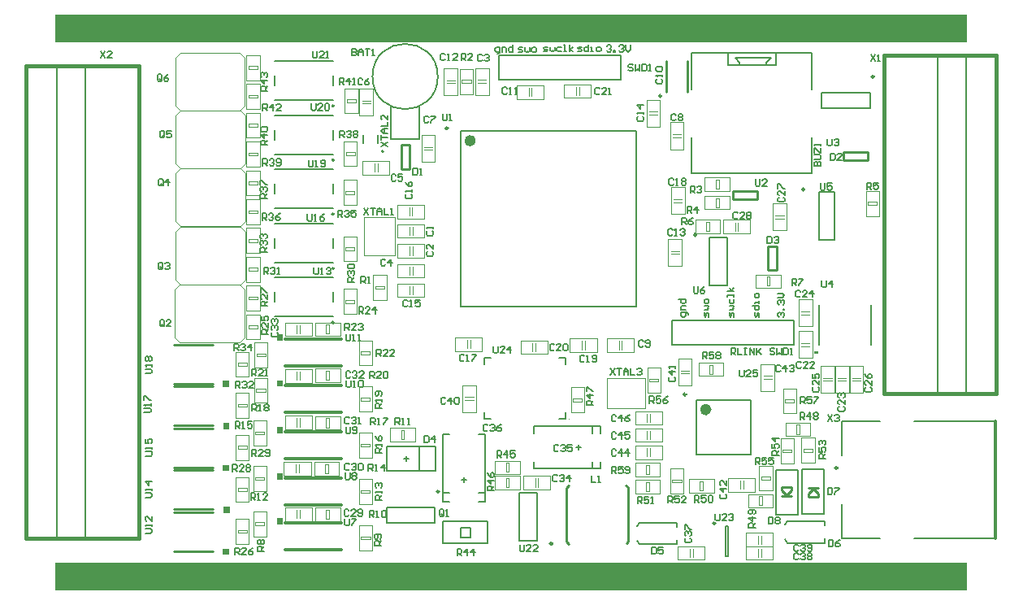
<source format=gto>
G04*
G04 #@! TF.GenerationSoftware,Altium Limited,Altium Designer,23.1.1 (15)*
G04*
G04 Layer_Color=65535*
%FSLAX25Y25*%
%MOIN*%
G70*
G04*
G04 #@! TF.SameCoordinates,AB512107-65A1-42F9-B056-318A3DCE2635*
G04*
G04*
G04 #@! TF.FilePolarity,Positive*
G04*
G01*
G75*
%ADD10C,0.01000*%
%ADD11C,0.00787*%
%ADD12C,0.00984*%
%ADD13C,0.02362*%
%ADD14C,0.00394*%
%ADD15C,0.00200*%
%ADD16C,0.00500*%
%ADD17C,0.01575*%
%ADD18C,0.00600*%
%ADD19C,0.01181*%
%ADD20C,0.00709*%
%ADD21R,3.74016X0.11811*%
G36*
X71358Y-219124D02*
X68858D01*
Y-221624D01*
X71358D01*
Y-219124D01*
D02*
G37*
G36*
X71624Y-201831D02*
X69124D01*
Y-204331D01*
X71624D01*
Y-201831D01*
D02*
G37*
G36*
X71398Y-184774D02*
X68898D01*
Y-187274D01*
X71398D01*
Y-184774D01*
D02*
G37*
G36*
X71496Y-167549D02*
X68996D01*
Y-170049D01*
X71496D01*
Y-167549D01*
D02*
G37*
G36*
X71329Y-150256D02*
X68829D01*
Y-152756D01*
X71329D01*
Y-150256D01*
D02*
G37*
G36*
X93504Y-133642D02*
X91004D01*
Y-131142D01*
X93504D01*
Y-133642D01*
D02*
G37*
G36*
X312953Y-139097D02*
X311453D01*
Y-138097D01*
X312953D01*
Y-139097D01*
D02*
G37*
G36*
X93504Y-152539D02*
X91004D01*
Y-150039D01*
X93504D01*
Y-152539D01*
D02*
G37*
G36*
Y-171713D02*
X91004D01*
Y-169213D01*
X93504D01*
Y-171713D01*
D02*
G37*
G36*
Y-190728D02*
X91004D01*
Y-188228D01*
X93504D01*
Y-190728D01*
D02*
G37*
G36*
Y-209114D02*
X91004D01*
Y-206614D01*
X93504D01*
Y-209114D01*
D02*
G37*
D10*
X114255Y-104085D02*
G03*
X114255Y-104085I-278J0D01*
G01*
Y-126279D02*
G03*
X114255Y-126279I-278J0D01*
G01*
X248622Y-33465D02*
G03*
X248622Y-33465I-394J0D01*
G01*
X114255Y-59695D02*
G03*
X114255Y-59695I-278J0D01*
G01*
Y-37500D02*
G03*
X114255Y-37500I-278J0D01*
G01*
Y-81890D02*
G03*
X114255Y-81890I-278J0D01*
G01*
X141984Y-53534D02*
X145528D01*
Y-63376D02*
Y-53534D01*
X141984Y-63376D02*
X145528D01*
X141984D02*
Y-53534D01*
X292575Y-95069D02*
X296118D01*
Y-104911D02*
Y-95069D01*
X292575Y-104911D02*
X296118D01*
X292575D02*
Y-95069D01*
X278140Y-75929D02*
Y-72386D01*
X287982D01*
Y-75929D02*
Y-72386D01*
X278140Y-75929D02*
X287982D01*
X333278Y-59898D02*
Y-56354D01*
X323435Y-59898D02*
X333278D01*
X323435D02*
Y-56354D01*
X333278D01*
X48669Y-204087D02*
X64669D01*
X48669Y-220087D02*
X64669D01*
X210630Y-193209D02*
X210630D01*
X209842Y-193996D02*
X210630Y-193209D01*
X209842Y-215846D02*
Y-193996D01*
Y-216142D02*
Y-215846D01*
Y-216142D02*
X210728Y-217028D01*
X234154Y-193012D02*
X235039Y-193898D01*
Y-194193D02*
Y-193898D01*
Y-216043D02*
Y-194193D01*
X234252Y-216831D02*
X235039Y-216043D01*
X234252Y-216831D02*
X234252D01*
X309024Y-194095D02*
X312992D01*
X313024Y-197669D02*
Y-196488D01*
X311024Y-194488D02*
X313024Y-196488D01*
X309024D02*
X311024Y-194488D01*
X309024Y-197669D02*
Y-196488D01*
Y-197669D02*
X313024D01*
X250590Y-31890D02*
Y-19291D01*
X259252Y-31890D02*
Y-19291D01*
X48669Y-135386D02*
X64669D01*
X48669Y-151386D02*
X64669D01*
X48669Y-152561D02*
X64669D01*
X48669Y-168561D02*
X64669D01*
X48669Y-169736D02*
X64669D01*
X48669Y-185736D02*
X64669D01*
X48669Y-186911D02*
X64669D01*
X48669Y-202911D02*
X64669D01*
X298228Y-197441D02*
X302197D01*
X298197Y-195047D02*
Y-193866D01*
Y-195047D02*
X300197Y-197047D01*
X302197Y-195047D01*
Y-193866D01*
X298197D02*
X302197D01*
D11*
X156988Y-25492D02*
G03*
X156988Y-25492I-13386J0D01*
G01*
X134712Y-56176D02*
G03*
X134712Y-56176I-394J0D01*
G01*
X114165Y-95750D02*
Y-91750D01*
X90165Y-95750D02*
Y-91750D01*
Y-101750D02*
X114165D01*
X90165Y-85750D02*
X114165D01*
X149508Y-51083D02*
Y-37697D01*
X137697Y-51083D02*
X149508D01*
X137697D02*
Y-37697D01*
X373819Y-98917D02*
Y-16732D01*
Y-155118D02*
Y-98917D01*
X362008Y-58071D02*
Y-16831D01*
Y-155512D02*
Y-58071D01*
X313427Y-92627D02*
Y-72942D01*
X319726Y-92627D02*
Y-72942D01*
X313427D02*
X319726D01*
X313427Y-92627D02*
X319726D01*
X268504Y-111024D02*
Y-91339D01*
X275590Y-111024D02*
Y-91339D01*
X268504D02*
X275590D01*
X268504Y-111024D02*
X275590D01*
X274998Y-209842D02*
X276179D01*
X274998Y-222047D02*
X276179D01*
X274998D02*
Y-209842D01*
X276179Y-222047D02*
Y-209842D01*
X314567Y-32087D02*
X334252D01*
X314567Y-38386D02*
X334252D01*
Y-32087D01*
X314567Y-38386D02*
Y-32087D01*
X197638Y-215945D02*
Y-196260D01*
X190551Y-215945D02*
Y-196260D01*
Y-215945D02*
X197638D01*
X190551Y-196260D02*
X197638D01*
X90165Y-107945D02*
X114165D01*
X90165Y-123945D02*
X114165D01*
X90165Y-117945D02*
Y-113945D01*
X114165Y-117945D02*
Y-113945D01*
X159153Y-216929D02*
X177461D01*
X159153Y-207874D02*
X177461D01*
X159153Y-216929D02*
Y-207874D01*
X177461Y-216929D02*
Y-207874D01*
X166307Y-214402D02*
X170307D01*
X166307D02*
Y-210402D01*
X170307D01*
Y-214402D02*
Y-210402D01*
X136182Y-208358D02*
Y-202058D01*
X155867Y-208358D02*
Y-202058D01*
X136182Y-208358D02*
X155867D01*
X136182Y-202058D02*
X155867D01*
X306496Y-204823D02*
Y-186516D01*
X315551Y-204823D02*
Y-186516D01*
X306496D02*
X315551D01*
X306496Y-204823D02*
X315551D01*
X309024Y-197669D02*
X313024D01*
X136063Y-177284D02*
X156063D01*
Y-187284D02*
Y-177284D01*
X136063Y-187284D02*
X156063D01*
X149311D02*
Y-177284D01*
X143063Y-182283D02*
X145063D01*
X144063Y-183283D02*
Y-181283D01*
X136063Y-187284D02*
Y-177284D01*
X291732Y-20866D02*
Y-19882D01*
X293701Y-17913D01*
X292717D02*
X293701D01*
X278937D02*
X292717D01*
X278937D02*
X280906Y-19882D01*
Y-20866D02*
Y-19882D01*
X295669Y-20866D02*
Y-15945D01*
X275984Y-20866D02*
X295669D01*
X275984D02*
Y-15945D01*
X310433Y-65158D02*
Y-50394D01*
X261221Y-65158D02*
X310433D01*
X261221D02*
Y-50394D01*
X310433Y-30709D02*
Y-15945D01*
X261221D02*
X310433D01*
X261221Y-30709D02*
Y-15945D01*
X262992Y-180512D02*
Y-158071D01*
X285433Y-180512D02*
Y-158071D01*
X262992D02*
X285433D01*
X262992Y-180512D02*
X285433D01*
X166339Y-119882D02*
X238386D01*
X166339Y-47835D02*
X238386D01*
Y-119882D02*
Y-47835D01*
X166339Y-119882D02*
Y-47835D01*
X231968Y-26654D02*
Y-16654D01*
X181968Y-26654D02*
X231968D01*
X181968Y-16654D02*
X231968D01*
X181968Y-26654D02*
Y-16654D01*
X352335Y-214945D02*
X385827D01*
X352335Y-166913D02*
X385827D01*
X322835Y-214945D02*
X338374D01*
X322835Y-166913D02*
X338374D01*
X322835Y-214945D02*
Y-200945D01*
Y-180913D02*
Y-166913D01*
X591Y-215354D02*
Y-159449D01*
Y-21260D01*
X12402Y-215354D02*
Y-159449D01*
Y-21260D01*
X209252Y-165945D02*
Y-163209D01*
Y-143484D02*
Y-140748D01*
X176181Y-165945D02*
Y-163209D01*
Y-143484D02*
Y-140748D01*
X206634Y-165945D02*
X209252D01*
X176181D02*
X178799D01*
X206634Y-140748D02*
X209252D01*
X176181D02*
X178799D01*
X299280Y-215183D02*
X300482Y-216634D01*
X299249Y-209265D02*
X300482Y-207776D01*
X315748Y-209547D02*
Y-207776D01*
X300482D02*
X315748D01*
X300482Y-216634D02*
X315748D01*
Y-214862D01*
X90165Y-41360D02*
X114165D01*
X90165Y-57360D02*
X114165D01*
X90165Y-51360D02*
Y-47360D01*
X114165Y-51360D02*
Y-47360D01*
X90165Y-19165D02*
X114165D01*
X90165Y-35165D02*
X114165D01*
X90165Y-29165D02*
Y-25165D01*
X114165Y-29165D02*
Y-25165D01*
X90165Y-63555D02*
X114165D01*
X90165Y-79555D02*
X114165D01*
X90165Y-73555D02*
Y-69555D01*
X114165Y-73555D02*
Y-69555D01*
X176378Y-199803D02*
Y-172244D01*
X159055Y-199803D02*
Y-172244D01*
X173622D02*
X176378D01*
X159055D02*
X161811D01*
X167736Y-191693D02*
Y-189724D01*
X166732Y-190650D02*
X168701D01*
X173622Y-196260D02*
X176378D01*
X159055D02*
X161811D01*
X173622Y-199803D02*
X176378D01*
X159055D02*
X161811D01*
X304724Y-205020D02*
Y-186713D01*
X295669Y-205020D02*
Y-186713D01*
Y-205020D02*
X304724D01*
X295669Y-186713D02*
X304724D01*
X298197Y-193866D02*
X302197D01*
X238650Y-215773D02*
X239852Y-217224D01*
X238619Y-209855D02*
X239852Y-208366D01*
X255118Y-210138D02*
Y-208366D01*
X239852D02*
X255118D01*
X239852Y-217224D02*
X255118D01*
Y-215453D01*
X302953Y-135512D02*
Y-125512D01*
X252953Y-135512D02*
X302953D01*
X252953Y-125512D02*
X302953D01*
X252953Y-135512D02*
Y-125512D01*
X196260Y-168898D02*
X223819D01*
X196260Y-186221D02*
X223819D01*
X196260Y-171653D02*
Y-168898D01*
Y-186221D02*
Y-183465D01*
X213740Y-177539D02*
X215709D01*
X214665Y-178543D02*
Y-176575D01*
X220276Y-171653D02*
Y-168898D01*
Y-186221D02*
Y-183465D01*
X223819Y-171653D02*
Y-168898D01*
Y-186221D02*
Y-183465D01*
D12*
X307423Y-71741D02*
G03*
X307423Y-71741I-492J0D01*
G01*
X263090Y-90335D02*
G03*
X263090Y-90335I-492J0D01*
G01*
X270765Y-208661D02*
G03*
X270765Y-208661I-394J0D01*
G01*
X335945Y-25591D02*
G03*
X335945Y-25591I-492J0D01*
G01*
X204035Y-216949D02*
G03*
X204035Y-216949I-492J0D01*
G01*
X157560Y-195562D02*
G03*
X157560Y-195562I-492J0D01*
G01*
X258858Y-155807D02*
G03*
X258858Y-155807I-492J0D01*
G01*
X161122Y-46654D02*
G03*
X161122Y-46654I-492J0D01*
G01*
X320965Y-186008D02*
G03*
X320965Y-186008I-492J0D01*
G01*
D13*
X268110Y-162008D02*
G03*
X268110Y-162008I-1181J0D01*
G01*
X171457Y-51772D02*
G03*
X171457Y-51772I-1181J0D01*
G01*
D14*
X211024Y-165945D02*
G03*
X211024Y-165945I-197J0D01*
G01*
X150394Y-49508D02*
X155905D01*
X150394Y-60532D02*
Y-49508D01*
Y-60532D02*
X155905D01*
Y-49508D01*
X151450Y-55620D02*
X154850D01*
X151450Y-54420D02*
X154850D01*
X125958Y-35325D02*
X129358D01*
X125958Y-36525D02*
X129358D01*
X130413Y-41437D02*
Y-30413D01*
X124902Y-41437D02*
X130413D01*
X124902D02*
Y-30413D01*
X130413D01*
X132293Y-64594D02*
Y-61194D01*
X131093Y-64594D02*
Y-61194D01*
X126181Y-65650D02*
X137205D01*
X126181D02*
Y-60138D01*
X137205D01*
Y-65650D02*
Y-60138D01*
X159547Y-22146D02*
X165059D01*
X159547Y-33169D02*
Y-22146D01*
Y-33169D02*
X165059D01*
Y-22146D01*
X160603Y-28258D02*
X164003D01*
X160603Y-27057D02*
X164003D01*
X295544Y-83671D02*
X298944D01*
X295544Y-82471D02*
X298944D01*
X294488Y-88583D02*
Y-77559D01*
X300000D01*
Y-88583D02*
Y-77559D01*
X294488Y-88583D02*
X300000D01*
X278928Y-88708D02*
Y-85308D01*
X280128Y-88708D02*
Y-85308D01*
X274016Y-84252D02*
X285039D01*
Y-89764D02*
Y-84252D01*
X274016Y-89764D02*
X285039D01*
X274016D02*
Y-84252D01*
X327040Y-150206D02*
X330440D01*
X327040Y-149006D02*
X330440D01*
X325984Y-155118D02*
Y-144095D01*
X331496D01*
Y-155118D02*
Y-144095D01*
X325984Y-155118D02*
X331496D01*
X321135Y-150206D02*
X324535D01*
X321135Y-149006D02*
X324535D01*
X320079Y-155118D02*
Y-144095D01*
X325591D01*
Y-155118D02*
Y-144095D01*
X320079Y-155118D02*
X325591D01*
X315229Y-150206D02*
X318629D01*
X315229Y-149006D02*
X318629D01*
X314173Y-155118D02*
Y-144095D01*
X319685D01*
Y-155118D02*
Y-144095D01*
X314173Y-155118D02*
X319685D01*
X306174Y-123041D02*
X309574D01*
X306174Y-121841D02*
X309574D01*
X305118Y-127953D02*
Y-116929D01*
X310630D01*
Y-127953D02*
Y-116929D01*
X305118Y-127953D02*
X310630D01*
X306174Y-136033D02*
X309574D01*
X306174Y-134833D02*
X309574D01*
X305118Y-140945D02*
Y-129921D01*
X310630D01*
Y-140945D02*
Y-129921D01*
X305118Y-140945D02*
X310630D01*
X276772Y-72441D02*
Y-66929D01*
X266535D02*
X276772D01*
X266535Y-72441D02*
Y-66929D01*
Y-72441D02*
X276772D01*
X271054Y-71485D02*
X272253D01*
X271054D02*
Y-67785D01*
X272253D01*
Y-71485D02*
Y-67785D01*
X266535Y-79921D02*
Y-74409D01*
Y-79921D02*
X276772D01*
Y-74409D01*
X266535D02*
X276772D01*
X271054Y-75365D02*
X272253D01*
Y-79065D02*
Y-75365D01*
X271054Y-79065D02*
X272253D01*
X271054D02*
Y-75365D01*
X297638Y-112205D02*
Y-106693D01*
X287402D02*
X297638D01*
X287402Y-112205D02*
Y-106693D01*
Y-112205D02*
X297638D01*
X291920Y-111249D02*
X293120D01*
X291920D02*
Y-107549D01*
X293120D01*
Y-111249D02*
Y-107549D01*
X272835Y-89764D02*
Y-84252D01*
X262598D02*
X272835D01*
X262598Y-89764D02*
Y-84252D01*
Y-89764D02*
X272835D01*
X267116Y-88808D02*
X268317D01*
X267116D02*
Y-85108D01*
X268317D01*
Y-88808D02*
Y-85108D01*
X255512Y-223622D02*
Y-218110D01*
Y-223622D02*
X266535D01*
Y-218110D01*
X255512D02*
X266535D01*
X261624Y-222566D02*
Y-219166D01*
X260424Y-222566D02*
Y-219166D01*
X294488Y-218110D02*
Y-212598D01*
X283465D02*
X294488D01*
X283465Y-218110D02*
Y-212598D01*
Y-218110D02*
X294488D01*
X288376Y-217054D02*
Y-213654D01*
X289576Y-217054D02*
Y-213654D01*
X294488Y-223622D02*
Y-218110D01*
X283465D02*
X294488D01*
X283465Y-223622D02*
Y-218110D01*
Y-223622D02*
X294488D01*
X288376Y-222566D02*
Y-219166D01*
X289576Y-222566D02*
Y-219166D01*
X60138Y-39547D02*
X75886D01*
X77854Y-37579D01*
Y-17894D01*
X77854D02*
X77854D01*
X75886Y-15925D02*
X77854Y-17894D01*
X51279Y-15925D02*
X75886D01*
X49311Y-17894D02*
X51279Y-15925D01*
X49311Y-37579D02*
Y-17894D01*
Y-37579D02*
X51279Y-39547D01*
X60138D01*
X51378Y-63189D02*
X60236D01*
X49409Y-61221D02*
X51378Y-63189D01*
X49409Y-61221D02*
Y-41535D01*
X51378Y-39567D01*
X75984D01*
X77953Y-41535D01*
X77953D01*
Y-61221D02*
Y-41535D01*
X75984Y-63189D02*
X77953Y-61221D01*
X60236Y-63189D02*
X75984D01*
X60236Y-86811D02*
X75984D01*
X77953Y-84842D01*
Y-65158D01*
X77953D02*
X77953D01*
X75984Y-63189D02*
X77953Y-65158D01*
X51378Y-63189D02*
X75984D01*
X49409Y-65158D02*
X51378Y-63189D01*
X49409Y-84842D02*
Y-65158D01*
Y-84842D02*
X51378Y-86811D01*
X60236D01*
X51378Y-110630D02*
X60236D01*
X49409Y-108661D02*
X51378Y-110630D01*
X49409Y-108661D02*
Y-88976D01*
X51378Y-87008D01*
X75984D01*
X77953Y-88976D01*
X77953D01*
Y-108661D02*
Y-88976D01*
X75984Y-110630D02*
X77953Y-108661D01*
X60236Y-110630D02*
X75984D01*
X60039Y-134449D02*
X75787D01*
X77756Y-132480D01*
Y-112795D01*
X77756D02*
X77756D01*
X75787Y-110827D02*
X77756Y-112795D01*
X51181Y-110827D02*
X75787D01*
X49213Y-112795D02*
X51181Y-110827D01*
X49213Y-132480D02*
Y-112795D01*
Y-132480D02*
X51181Y-134449D01*
X60039D01*
X146663Y-90529D02*
Y-87129D01*
X145463Y-90529D02*
Y-87129D01*
X140551Y-91585D02*
X151575D01*
X140551D02*
Y-86073D01*
X151575D01*
Y-91585D02*
Y-86073D01*
X79499Y-22450D02*
X83199D01*
Y-21250D01*
X79499D02*
X83199D01*
X79499Y-22450D02*
Y-21250D01*
X78543Y-26969D02*
Y-16732D01*
X84055D01*
Y-26969D02*
Y-16732D01*
X78543Y-26969D02*
X84055D01*
X79499Y-34262D02*
X83199D01*
Y-33062D01*
X79499D02*
X83199D01*
X79499Y-34262D02*
Y-33062D01*
X78543Y-38780D02*
Y-28543D01*
X84055D01*
Y-38780D02*
Y-28543D01*
X78543Y-38780D02*
X84055D01*
X79499Y-46073D02*
X83199D01*
Y-44872D01*
X79499D02*
X83199D01*
X79499Y-46073D02*
Y-44872D01*
X78543Y-50591D02*
Y-40354D01*
X84055D01*
Y-50591D02*
Y-40354D01*
X78543Y-50591D02*
X84055D01*
X79499Y-57884D02*
X83199D01*
Y-56683D01*
X79499D02*
X83199D01*
X79499Y-57884D02*
Y-56683D01*
X78543Y-62402D02*
Y-52165D01*
X84055D01*
Y-62402D02*
Y-52165D01*
X78543Y-62402D02*
X84055D01*
X74972Y-212608D02*
X78672D01*
Y-211408D01*
X74972D02*
X78672D01*
X74972Y-212608D02*
Y-211408D01*
X74016Y-217126D02*
Y-206890D01*
X79528D01*
Y-217126D02*
Y-206890D01*
X74016Y-217126D02*
X79528D01*
X82155Y-208258D02*
X85855D01*
X82155Y-209458D02*
Y-208258D01*
Y-209458D02*
X85855D01*
Y-208258D01*
X86811Y-213976D02*
Y-203740D01*
X81299Y-213976D02*
X86811D01*
X81299D02*
Y-203740D01*
X86811D01*
X74972Y-195384D02*
X78672D01*
Y-194184D01*
X74972D02*
X78672D01*
X74972Y-195384D02*
Y-194184D01*
X74016Y-199902D02*
Y-189665D01*
X79528D01*
Y-199902D02*
Y-189665D01*
X74016Y-199902D02*
X79528D01*
X82155Y-189754D02*
X85855D01*
X82155Y-190954D02*
Y-189754D01*
Y-190954D02*
X85855D01*
Y-189754D01*
X86811Y-195472D02*
Y-185236D01*
X81299Y-195472D02*
X86811D01*
X81299D02*
Y-185236D01*
X86811D01*
X112017Y-188021D02*
Y-184320D01*
X110817D02*
X112017D01*
X110817Y-188021D02*
Y-184320D01*
Y-188021D02*
X112017D01*
X106299Y-188976D02*
X116535D01*
X106299D02*
Y-183465D01*
X116535D01*
Y-188976D02*
Y-183465D01*
X100403Y-206621D02*
Y-203221D01*
X99203Y-206621D02*
Y-203221D01*
X94291Y-207677D02*
X105315D01*
X94291D02*
Y-202165D01*
X105315D01*
Y-207677D02*
Y-202165D01*
X145266Y-82605D02*
Y-79206D01*
X146466Y-82605D02*
Y-79206D01*
X140354Y-78150D02*
X151378D01*
Y-83661D02*
Y-78150D01*
X140354Y-83661D02*
X151378D01*
X140354D02*
Y-78150D01*
X146663Y-98649D02*
Y-95249D01*
X145463Y-98649D02*
Y-95249D01*
X140551Y-99705D02*
X151575D01*
X140551D02*
Y-94193D01*
X151575D01*
Y-99705D02*
Y-94193D01*
X131368Y-111309D02*
X135068D01*
X131368Y-112509D02*
Y-111309D01*
Y-112509D02*
X135068D01*
Y-111309D01*
X136024Y-117028D02*
Y-106791D01*
X130512Y-117028D02*
X136024D01*
X130512D02*
Y-106791D01*
X136024D01*
X145463Y-114889D02*
Y-111489D01*
X146663Y-114889D02*
Y-111489D01*
X140551Y-110433D02*
X151575D01*
Y-115945D02*
Y-110433D01*
X140551Y-115945D02*
X151575D01*
X140551D02*
Y-110433D01*
X145463Y-106769D02*
Y-103369D01*
X146663Y-106769D02*
Y-103369D01*
X140551Y-102313D02*
X151575D01*
Y-107825D02*
Y-102313D01*
X140551Y-107825D02*
X151575D01*
X140551D02*
Y-102313D01*
X119163Y-95561D02*
X122863D01*
X119163Y-96761D02*
Y-95561D01*
Y-96761D02*
X122863D01*
Y-95561D01*
X123819Y-101279D02*
Y-91043D01*
X118307Y-101279D02*
X123819D01*
X118307D02*
Y-91043D01*
X123819D01*
X119163Y-117116D02*
X122863D01*
X119163Y-118316D02*
Y-117116D01*
Y-118316D02*
X122863D01*
Y-117116D01*
X123819Y-122835D02*
Y-112598D01*
X118307Y-122835D02*
X123819D01*
X118307D02*
Y-112598D01*
X123819D01*
X112411Y-130934D02*
Y-127234D01*
X111211D02*
X112411D01*
X111211Y-130934D02*
Y-127234D01*
Y-130934D02*
X112411D01*
X106693Y-131890D02*
X116929D01*
X106693D02*
Y-126378D01*
X116929D01*
Y-131890D02*
Y-126378D01*
X125462Y-138180D02*
X129162D01*
X125462Y-139380D02*
Y-138180D01*
Y-139380D02*
X129162D01*
Y-138180D01*
X130118Y-143898D02*
Y-133661D01*
X124606Y-143898D02*
X130118D01*
X124606D02*
Y-133661D01*
X130118D01*
X100403Y-130834D02*
Y-127434D01*
X99203Y-130834D02*
Y-127434D01*
X94291Y-131890D02*
X105315D01*
X94291D02*
Y-126378D01*
X105315D01*
Y-131890D02*
Y-126378D01*
X79499Y-69695D02*
X83199D01*
Y-68494D01*
X79499D02*
X83199D01*
X79499Y-69695D02*
Y-68494D01*
X78543Y-74213D02*
Y-63976D01*
X84055D01*
Y-74213D02*
Y-63976D01*
X78543Y-74213D02*
X84055D01*
X79499Y-81506D02*
X83199D01*
Y-80305D01*
X79499D02*
X83199D01*
X79499Y-81506D02*
Y-80305D01*
X78543Y-86024D02*
Y-75787D01*
X84055D01*
Y-86024D02*
Y-75787D01*
X78543Y-86024D02*
X84055D01*
X79499Y-93317D02*
X83199D01*
Y-92117D01*
X79499D02*
X83199D01*
X79499Y-93317D02*
Y-92117D01*
X78543Y-97835D02*
Y-87599D01*
X84055D01*
Y-97835D02*
Y-87599D01*
X78543Y-97835D02*
X84055D01*
X79499Y-105128D02*
X83199D01*
Y-103928D01*
X79499D02*
X83199D01*
X79499Y-105128D02*
Y-103928D01*
X78543Y-109646D02*
Y-99410D01*
X84055D01*
Y-109646D02*
Y-99410D01*
X78543Y-109646D02*
X84055D01*
X79499Y-116939D02*
X83199D01*
Y-115739D01*
X79499D02*
X83199D01*
X79499Y-116939D02*
Y-115739D01*
X78543Y-121457D02*
Y-111221D01*
X84055D01*
Y-121457D02*
Y-111221D01*
X78543Y-121457D02*
X84055D01*
X79499Y-128750D02*
X83199D01*
Y-127550D01*
X79499D02*
X83199D01*
X79499Y-128750D02*
Y-127550D01*
X78543Y-133268D02*
Y-123031D01*
X84055D01*
Y-133268D02*
Y-123031D01*
X78543Y-133268D02*
X84055D01*
X74972Y-144104D02*
X78672D01*
Y-142904D01*
X74972D02*
X78672D01*
X74972Y-144104D02*
Y-142904D01*
X74016Y-148622D02*
Y-138386D01*
X79528D01*
Y-148622D02*
Y-138386D01*
X74016Y-148622D02*
X79528D01*
X82649Y-140167D02*
X86349D01*
Y-138967D01*
X82649D02*
X86349D01*
X82649Y-140167D02*
Y-138967D01*
X81693Y-144685D02*
Y-134449D01*
X87205D01*
Y-144685D02*
Y-134449D01*
X81693Y-144685D02*
X87205D01*
X82549Y-153534D02*
X86249D01*
X82549Y-154734D02*
Y-153534D01*
Y-154734D02*
X86249D01*
Y-153534D01*
X87205Y-159252D02*
Y-149016D01*
X81693Y-159252D02*
X87205D01*
X81693D02*
Y-149016D01*
X87205D01*
X74972Y-160935D02*
X78672D01*
Y-159735D01*
X74972D02*
X78672D01*
X74972Y-160935D02*
Y-159735D01*
X74016Y-165453D02*
Y-155217D01*
X79528D01*
Y-165453D02*
Y-155217D01*
X74016Y-165453D02*
X79528D01*
X82155Y-171054D02*
X85855D01*
X82155Y-172254D02*
Y-171054D01*
Y-172254D02*
X85855D01*
Y-171054D01*
X86811Y-176772D02*
Y-166535D01*
X81299Y-176772D02*
X86811D01*
X81299D02*
Y-166535D01*
X86811D01*
X74972Y-178159D02*
X78672D01*
Y-176959D01*
X74972D02*
X78672D01*
X74972Y-178159D02*
Y-176959D01*
X74016Y-182677D02*
Y-172441D01*
X79528D01*
Y-182677D02*
Y-172441D01*
X74016Y-182677D02*
X79528D01*
X112411Y-206721D02*
Y-203021D01*
X111211D02*
X112411D01*
X111211Y-206721D02*
Y-203021D01*
Y-206721D02*
X112411D01*
X106693Y-207677D02*
X116929D01*
X106693D02*
Y-202165D01*
X116929D01*
Y-207677D02*
Y-202165D01*
X125462Y-176073D02*
X129162D01*
X125462Y-177273D02*
Y-176073D01*
Y-177273D02*
X129162D01*
Y-176073D01*
X130118Y-181791D02*
Y-171555D01*
X124606Y-181791D02*
X130118D01*
X124606D02*
Y-171555D01*
X130118D01*
X125462Y-195020D02*
X129162D01*
X125462Y-196220D02*
Y-195020D01*
Y-196220D02*
X129162D01*
Y-195020D01*
X130118Y-200738D02*
Y-190502D01*
X124606Y-200738D02*
X130118D01*
X124606D02*
Y-190502D01*
X130118D01*
X125562Y-215167D02*
X129262D01*
Y-213967D01*
X125562D02*
X129262D01*
X125562Y-215167D02*
Y-213967D01*
X124606Y-219685D02*
Y-209449D01*
X130118D01*
Y-219685D02*
Y-209449D01*
X124606Y-219685D02*
X130118D01*
X168182Y-156880D02*
X171582D01*
X168182Y-158080D02*
X171582D01*
X172638Y-162992D02*
Y-151969D01*
X167126Y-162992D02*
X172638D01*
X167126D02*
Y-151969D01*
X172638D01*
X169085Y-136936D02*
Y-133536D01*
X170285Y-136936D02*
Y-133536D01*
X164173Y-132480D02*
X175197D01*
Y-137992D02*
Y-132480D01*
X164173Y-137992D02*
X175197D01*
X164173D02*
Y-132480D01*
X195857Y-138117D02*
Y-134717D01*
X197057Y-138117D02*
Y-134717D01*
X190945Y-133661D02*
X201969D01*
Y-139173D02*
Y-133661D01*
X190945Y-139173D02*
X201969D01*
X190945D02*
Y-133661D01*
X216132Y-137330D02*
Y-133930D01*
X217332Y-137330D02*
Y-133930D01*
X211221Y-132874D02*
X222244D01*
Y-138386D02*
Y-132874D01*
X211221Y-138386D02*
X222244D01*
X211221D02*
Y-132874D01*
X212470Y-157471D02*
X216170D01*
X212470Y-158671D02*
Y-157471D01*
Y-158671D02*
X216170D01*
Y-157471D01*
X217126Y-163189D02*
Y-152953D01*
X211614Y-163189D02*
X217126D01*
X211614D02*
Y-152953D01*
X217126D01*
X243769Y-149400D02*
X247469D01*
X243769Y-150600D02*
Y-149400D01*
Y-150600D02*
X247469D01*
Y-149400D01*
X248425Y-155118D02*
Y-144882D01*
X242913Y-155118D02*
X248425D01*
X242913D02*
Y-144882D01*
X248425D01*
X231290Y-137330D02*
Y-133930D01*
X232490Y-137330D02*
Y-133930D01*
X226378Y-132874D02*
X237402D01*
Y-138386D02*
Y-132874D01*
X226378Y-138386D02*
X237402D01*
X226378D02*
Y-132874D01*
X333533Y-76959D02*
X337233D01*
X333533Y-78159D02*
Y-76959D01*
Y-78159D02*
X337233D01*
Y-76959D01*
X338189Y-82677D02*
Y-72441D01*
X332677Y-82677D02*
X338189D01*
X332677D02*
Y-72441D01*
X338189D01*
X290623Y-148219D02*
X294023D01*
X290623Y-149419D02*
X294023D01*
X295079Y-154331D02*
Y-143307D01*
X289567Y-154331D02*
X295079D01*
X289567D02*
Y-143307D01*
X295079D01*
X299478Y-157865D02*
X303178D01*
X299478Y-159065D02*
Y-157865D01*
Y-159065D02*
X303178D01*
Y-157865D01*
X304134Y-163583D02*
Y-153346D01*
X298622Y-163583D02*
X304134D01*
X298622D02*
Y-153346D01*
X304134D01*
X304124Y-171979D02*
Y-168279D01*
Y-171979D02*
X305324D01*
Y-168279D01*
X304124D02*
X305324D01*
X299606Y-167323D02*
X309842D01*
Y-172835D02*
Y-167323D01*
X299606Y-172835D02*
X309842D01*
X299606D02*
Y-167323D01*
X306958Y-178140D02*
X310658D01*
X306958Y-179340D02*
Y-178140D01*
Y-179340D02*
X310658D01*
Y-178140D01*
X311614Y-183858D02*
Y-173622D01*
X306102Y-183858D02*
X311614D01*
X306102D02*
Y-173622D01*
X311614D01*
X298494Y-178337D02*
X302194D01*
X298494Y-179537D02*
Y-178337D01*
Y-179537D02*
X302194D01*
Y-178337D01*
X303150Y-184055D02*
Y-173819D01*
X297638Y-184055D02*
X303150D01*
X297638D02*
Y-173819D01*
X303150D01*
X289970Y-201209D02*
Y-197509D01*
X288770D02*
X289970D01*
X288770Y-201209D02*
Y-197509D01*
Y-201209D02*
X289970D01*
X284252Y-202165D02*
X294488D01*
X284252D02*
Y-196653D01*
X294488D01*
Y-202165D02*
Y-196653D01*
X281093Y-194613D02*
Y-191213D01*
X282293Y-194613D02*
Y-191213D01*
X276181Y-190157D02*
X287205D01*
Y-195669D02*
Y-190157D01*
X276181Y-195669D02*
X287205D01*
X276181D02*
Y-190157D01*
X289735Y-190758D02*
X293435D01*
Y-189558D01*
X289735D02*
X293435D01*
X289735Y-190758D02*
Y-189558D01*
X288779Y-195276D02*
Y-185039D01*
X294291D01*
Y-195276D02*
Y-185039D01*
X288779Y-195276D02*
X294291D01*
X265757Y-195107D02*
Y-191407D01*
X264558D02*
X265757D01*
X264558Y-195107D02*
Y-191407D01*
Y-195107D02*
X265757D01*
X260039Y-196063D02*
X270276D01*
X260039D02*
Y-190551D01*
X270276D01*
Y-196063D02*
Y-190551D01*
X253218Y-190739D02*
X256918D01*
X253218Y-191939D02*
Y-190739D01*
Y-191939D02*
X256918D01*
Y-190739D01*
X257874Y-196457D02*
Y-186221D01*
X252362Y-196457D02*
X257874D01*
X252362D02*
Y-186221D01*
X257874D01*
X243710Y-195501D02*
Y-191801D01*
X242510D02*
X243710D01*
X242510Y-195501D02*
Y-191801D01*
Y-195501D02*
X243710D01*
X237992Y-196457D02*
X248228D01*
X237992D02*
Y-190945D01*
X248228D01*
Y-196457D02*
Y-190945D01*
X243710Y-188426D02*
Y-184727D01*
X242510D02*
X243710D01*
X242510Y-188426D02*
Y-184727D01*
Y-188426D02*
X243710D01*
X237992Y-189382D02*
X248228D01*
X237992D02*
Y-183871D01*
X248228D01*
Y-189382D02*
Y-183871D01*
X242904Y-181252D02*
Y-177852D01*
X244104Y-181252D02*
Y-177852D01*
X237992Y-176796D02*
X249016D01*
Y-182308D02*
Y-176796D01*
X237992Y-182308D02*
X249016D01*
X237992D02*
Y-176796D01*
X242904Y-174178D02*
Y-170778D01*
X244104Y-174178D02*
Y-170778D01*
X237992Y-169722D02*
X249016D01*
Y-175234D02*
Y-169722D01*
X237992Y-175234D02*
X249016D01*
X237992D02*
Y-169722D01*
X242904Y-167104D02*
Y-163704D01*
X244104Y-167104D02*
Y-163704D01*
X237992Y-162648D02*
X249016D01*
Y-168159D02*
Y-162648D01*
X237992Y-168159D02*
X249016D01*
X237992D02*
Y-162648D01*
X268495Y-147372D02*
Y-143672D01*
Y-147372D02*
X269694D01*
Y-143672D01*
X268495D02*
X269694D01*
X263976Y-142717D02*
X274213D01*
Y-148228D02*
Y-142717D01*
X263976Y-148228D02*
X274213D01*
X263976D02*
Y-142717D01*
X256765Y-146054D02*
X260165D01*
X256765Y-147254D02*
X260165D01*
X261221Y-152165D02*
Y-141142D01*
X255709Y-152165D02*
X261221D01*
X255709D02*
Y-141142D01*
X261221D01*
X252631Y-98238D02*
X256031D01*
X252631Y-97038D02*
X256031D01*
X251575Y-103150D02*
Y-92126D01*
X257087D01*
Y-103150D02*
Y-92126D01*
X251575Y-103150D02*
X257087D01*
X253812Y-76978D02*
X257212D01*
X253812Y-75778D02*
X257212D01*
X252756Y-81890D02*
Y-70866D01*
X258268D01*
Y-81890D02*
Y-70866D01*
X252756Y-81890D02*
X258268D01*
X253418Y-49203D02*
X256818D01*
X253418Y-50403D02*
X256818D01*
X257874Y-55315D02*
Y-44291D01*
X252362Y-55315D02*
X257874D01*
X252362D02*
Y-44291D01*
X257874D01*
X243772Y-39951D02*
X247172D01*
X243772Y-41151D02*
X247172D01*
X248228Y-46063D02*
Y-35039D01*
X242717Y-46063D02*
X248228D01*
X242717D02*
Y-35039D01*
X248228D01*
X214970Y-33196D02*
Y-29796D01*
X213770Y-33196D02*
Y-29796D01*
X208858Y-34252D02*
X219882D01*
X208858D02*
Y-28740D01*
X219882D01*
Y-34252D02*
Y-28740D01*
X195482Y-33590D02*
Y-30190D01*
X194282Y-33590D02*
Y-30190D01*
X189370Y-34646D02*
X200394D01*
X189370D02*
Y-29134D01*
X200394D01*
Y-34646D02*
Y-29134D01*
X173497Y-26959D02*
X176897D01*
X173497Y-28159D02*
X176897D01*
X177953Y-33071D02*
Y-22047D01*
X172441Y-33071D02*
X177953D01*
X172441D02*
Y-22047D01*
X177953D01*
X166901Y-28159D02*
X170601D01*
Y-26959D01*
X166901D02*
X170601D01*
X166901Y-28159D02*
Y-26959D01*
X165945Y-32677D02*
Y-22441D01*
X171457D01*
Y-32677D02*
Y-22441D01*
X165945Y-32677D02*
X171457D01*
X197038Y-193629D02*
Y-190229D01*
X198238Y-193629D02*
Y-190229D01*
X192126Y-189173D02*
X203150D01*
Y-194685D02*
Y-189173D01*
X192126Y-194685D02*
X203150D01*
X192126D02*
Y-189173D01*
X186230Y-187627D02*
Y-183927D01*
X185030D02*
X186230D01*
X185030Y-187627D02*
Y-183927D01*
Y-187627D02*
X186230D01*
X180512Y-188583D02*
X190748D01*
X180512D02*
Y-183071D01*
X190748D01*
Y-188583D02*
Y-183071D01*
X186230Y-193729D02*
Y-190029D01*
X185030D02*
X186230D01*
X185030Y-193729D02*
Y-190029D01*
Y-193729D02*
X186230D01*
X180512Y-194685D02*
X190748D01*
X180512D02*
Y-189173D01*
X190748D01*
Y-194685D02*
Y-189173D01*
X143120Y-174044D02*
Y-170344D01*
X141920D02*
X143120D01*
X141920Y-174044D02*
Y-170344D01*
Y-174044D02*
X143120D01*
X137402Y-175000D02*
X147638D01*
X137402D02*
Y-169488D01*
X147638D01*
Y-175000D02*
Y-169488D01*
X125462Y-157126D02*
X129162D01*
X125462Y-158326D02*
Y-157126D01*
Y-158326D02*
X129162D01*
Y-157126D01*
X130118Y-162845D02*
Y-152608D01*
X124606Y-162845D02*
X130118D01*
X124606D02*
Y-152608D01*
X130118D01*
X119163Y-72431D02*
X122863D01*
X119163Y-73632D02*
Y-72431D01*
Y-73632D02*
X122863D01*
Y-72431D01*
X123819Y-78150D02*
Y-67913D01*
X118307Y-78150D02*
X123819D01*
X118307D02*
Y-67913D01*
X123819D01*
X119263Y-57687D02*
X122963D01*
Y-56487D01*
X119263D02*
X122963D01*
X119263Y-57687D02*
Y-56487D01*
X118307Y-62205D02*
Y-51968D01*
X123819D01*
Y-62205D02*
Y-51968D01*
X118307Y-62205D02*
X123819D01*
X119853Y-36033D02*
X123554D01*
Y-34833D01*
X119853D02*
X123554D01*
X119853Y-36033D02*
Y-34833D01*
X118898Y-40551D02*
Y-30315D01*
X124409D01*
Y-40551D02*
Y-30315D01*
X118898Y-40551D02*
X124409D01*
X100010Y-187920D02*
Y-184520D01*
X98809Y-187920D02*
Y-184520D01*
X93898Y-188976D02*
X104921D01*
X93898D02*
Y-183465D01*
X104921D01*
Y-188976D02*
Y-183465D01*
X112411Y-169320D02*
Y-165620D01*
X111211D02*
X112411D01*
X111211Y-169320D02*
Y-165620D01*
Y-169320D02*
X112411D01*
X106693Y-170276D02*
X116929D01*
X106693D02*
Y-164764D01*
X116929D01*
Y-170276D02*
Y-164764D01*
X100403Y-169023D02*
Y-165623D01*
X99203Y-169023D02*
Y-165623D01*
X94291Y-170079D02*
X105315D01*
X94291D02*
Y-164567D01*
X105315D01*
Y-170079D02*
Y-164567D01*
X112411Y-149831D02*
Y-146132D01*
X111211D02*
X112411D01*
X111211Y-149831D02*
Y-146132D01*
Y-149831D02*
X112411D01*
X106693Y-150787D02*
X116929D01*
X106693D02*
Y-145276D01*
X116929D01*
Y-150787D02*
Y-145276D01*
X100403Y-149928D02*
Y-146528D01*
X99203Y-149928D02*
Y-146528D01*
X94291Y-150984D02*
X105315D01*
X94291D02*
Y-145472D01*
X105315D01*
Y-150984D02*
Y-145472D01*
D15*
X241953Y-161615D02*
Y-149015D01*
X226353Y-161615D02*
Y-149015D01*
Y-161615D02*
X241953D01*
X226353Y-149015D02*
X241953D01*
X126673Y-98843D02*
X139273D01*
X126673Y-83243D02*
X139273D01*
X126673Y-98843D02*
Y-83243D01*
X139273Y-98843D02*
Y-83243D01*
D16*
X126378Y-52776D02*
Y-49390D01*
X132283Y-52776D02*
Y-49390D01*
D17*
X339961Y-155413D02*
Y-16732D01*
Y-155413D02*
X386221D01*
X339961Y-16732D02*
X386221D01*
Y-155413D02*
Y-16732D01*
X34449Y-214961D02*
Y-21260D01*
X-11811D02*
X34449D01*
X-11811Y-214961D02*
X34449D01*
X-11811D02*
Y-21260D01*
D18*
X334664Y-135441D02*
Y-119118D01*
X313564Y-135441D02*
Y-119118D01*
D19*
X94504Y-219614D02*
X117504D01*
X94504Y-208614D02*
X117504D01*
X385827Y-214945D02*
Y-166913D01*
X94504Y-144142D02*
X117504D01*
X94504Y-133142D02*
X117504D01*
X94504Y-201228D02*
X117504D01*
X94504Y-190228D02*
X117504D01*
X94504Y-182213D02*
X117504D01*
X94504Y-171213D02*
X117504D01*
X94504Y-163039D02*
X117504D01*
X94504Y-152039D02*
X117504D01*
D20*
X181430Y-16273D02*
X181889D01*
X182349Y-15813D01*
Y-13518D01*
X180971D01*
X180512Y-13977D01*
Y-14895D01*
X180971Y-15354D01*
X182349D01*
X183267D02*
Y-13518D01*
X184644D01*
X185103Y-13977D01*
Y-15354D01*
X187858Y-12599D02*
Y-15354D01*
X186481D01*
X186022Y-14895D01*
Y-13977D01*
X186481Y-13518D01*
X187858D01*
X214272Y-15157D02*
X215649D01*
X216108Y-14698D01*
X215649Y-14239D01*
X214731D01*
X214272Y-13780D01*
X214731Y-13321D01*
X216108D01*
X218863Y-12403D02*
Y-15157D01*
X217486D01*
X217027Y-14698D01*
Y-13780D01*
X217486Y-13321D01*
X218863D01*
X219782Y-15157D02*
X220700D01*
X220241D01*
Y-13321D01*
X219782D01*
X222537Y-15157D02*
X223455D01*
X223914Y-14698D01*
Y-13780D01*
X223455Y-13321D01*
X222537D01*
X222077Y-13780D01*
Y-14698D01*
X222537Y-15157D01*
X200394Y-15256D02*
X201771D01*
X202230Y-14797D01*
X201771Y-14338D01*
X200853D01*
X200394Y-13878D01*
X200853Y-13419D01*
X202230D01*
X203149D02*
Y-14797D01*
X203608Y-15256D01*
X204067Y-14797D01*
X204526Y-15256D01*
X204985Y-14797D01*
Y-13419D01*
X207740D02*
X206363D01*
X205904Y-13878D01*
Y-14797D01*
X206363Y-15256D01*
X207740D01*
X208659D02*
X209577D01*
X209118D01*
Y-12501D01*
X208659D01*
X210955Y-15256D02*
Y-12501D01*
Y-14338D02*
X212332Y-13419D01*
X210955Y-14338D02*
X212332Y-15256D01*
X190059Y-15453D02*
X191437D01*
X191896Y-14994D01*
X191437Y-14534D01*
X190518D01*
X190059Y-14075D01*
X190518Y-13616D01*
X191896D01*
X192814D02*
Y-14994D01*
X193273Y-15453D01*
X193732Y-14994D01*
X194192Y-15453D01*
X194651Y-14994D01*
Y-13616D01*
X196028Y-15453D02*
X196947D01*
X197406Y-14994D01*
Y-14075D01*
X196947Y-13616D01*
X196028D01*
X195569Y-14075D01*
Y-14994D01*
X196028Y-15453D01*
X226378Y-13058D02*
X226837Y-12599D01*
X227755D01*
X228215Y-13058D01*
Y-13518D01*
X227755Y-13977D01*
X227296D01*
X227755D01*
X228215Y-14436D01*
Y-14895D01*
X227755Y-15354D01*
X226837D01*
X226378Y-14895D01*
X229133Y-15354D02*
Y-14895D01*
X229592D01*
Y-15354D01*
X229133D01*
X231429Y-13058D02*
X231888Y-12599D01*
X232806D01*
X233265Y-13058D01*
Y-13518D01*
X232806Y-13977D01*
X232347D01*
X232806D01*
X233265Y-14436D01*
Y-14895D01*
X232806Y-15354D01*
X231888D01*
X231429Y-14895D01*
X234184Y-12599D02*
Y-14436D01*
X235102Y-15354D01*
X236020Y-14436D01*
Y-12599D01*
X296917Y-124016D02*
X296458Y-123557D01*
Y-122638D01*
X296917Y-122179D01*
X297376D01*
X297835Y-122638D01*
Y-123097D01*
Y-122638D01*
X298294Y-122179D01*
X298753D01*
X299213Y-122638D01*
Y-123557D01*
X298753Y-124016D01*
X299213Y-121261D02*
X298753D01*
Y-120802D01*
X299213D01*
Y-121261D01*
X296917Y-118965D02*
X296458Y-118506D01*
Y-117587D01*
X296917Y-117128D01*
X297376D01*
X297835Y-117587D01*
Y-118047D01*
Y-117587D01*
X298294Y-117128D01*
X298753D01*
X299213Y-117587D01*
Y-118506D01*
X298753Y-118965D01*
X296458Y-116210D02*
X298294D01*
X299213Y-115292D01*
X298294Y-114373D01*
X296458D01*
X268110Y-124016D02*
Y-122638D01*
X267651Y-122179D01*
X267192Y-122638D01*
Y-123557D01*
X266733Y-124016D01*
X266274Y-123557D01*
Y-122179D01*
Y-121261D02*
X267651D01*
X268110Y-120802D01*
X267651Y-120342D01*
X268110Y-119883D01*
X267651Y-119424D01*
X266274D01*
X268110Y-118046D02*
Y-117128D01*
X267651Y-116669D01*
X266733D01*
X266274Y-117128D01*
Y-118046D01*
X266733Y-118506D01*
X267651D01*
X268110Y-118046D01*
X278478Y-124016D02*
Y-122638D01*
X278019Y-122179D01*
X277559Y-122638D01*
Y-123557D01*
X277100Y-124016D01*
X276641Y-123557D01*
Y-122179D01*
Y-121261D02*
X278019D01*
X278478Y-120802D01*
X278019Y-120342D01*
X278478Y-119883D01*
X278019Y-119424D01*
X276641D01*
Y-116669D02*
Y-118046D01*
X277100Y-118506D01*
X278019D01*
X278478Y-118046D01*
Y-116669D01*
Y-115751D02*
Y-114832D01*
Y-115292D01*
X275723D01*
Y-115751D01*
X278478Y-113455D02*
X275723D01*
X277559D02*
X276641Y-112077D01*
X277559Y-113455D02*
X278478Y-112077D01*
X288845Y-124016D02*
Y-122638D01*
X288386Y-122179D01*
X287927Y-122638D01*
Y-123557D01*
X287468Y-124016D01*
X287009Y-123557D01*
Y-122179D01*
X286090Y-119424D02*
X288845D01*
Y-120802D01*
X288386Y-121261D01*
X287468D01*
X287009Y-120802D01*
Y-119424D01*
X288845Y-118506D02*
Y-117587D01*
Y-118047D01*
X287009D01*
Y-118506D01*
X288845Y-115751D02*
Y-114832D01*
X288386Y-114373D01*
X287468D01*
X287009Y-114832D01*
Y-115751D01*
X287468Y-116210D01*
X288386D01*
X288845Y-115751D01*
X259580Y-123097D02*
Y-122638D01*
X259121Y-122179D01*
X256825D01*
Y-123557D01*
X257284Y-124016D01*
X258202D01*
X258661Y-123557D01*
Y-122179D01*
Y-121261D02*
X256825D01*
Y-119883D01*
X257284Y-119424D01*
X258661D01*
X255906Y-116669D02*
X258661D01*
Y-118047D01*
X258202Y-118506D01*
X257284D01*
X256825Y-118047D01*
Y-116669D01*
X133760Y-54165D02*
X136515Y-52328D01*
X133760D02*
X136515Y-54165D01*
X133760Y-51410D02*
Y-49573D01*
Y-50491D01*
X136515D01*
Y-48655D02*
X134679D01*
X133760Y-47736D01*
X134679Y-46818D01*
X136515D01*
X135138D01*
Y-48655D01*
X133760Y-45900D02*
X136515D01*
Y-44063D01*
Y-41308D02*
Y-43145D01*
X134679Y-41308D01*
X134220D01*
X133760Y-41767D01*
Y-42685D01*
X134220Y-43145D01*
X146884Y-62993D02*
Y-65748D01*
X148261D01*
X148721Y-65288D01*
Y-63452D01*
X148261Y-62993D01*
X146884D01*
X149639Y-65748D02*
X150557D01*
X150098D01*
Y-62993D01*
X149639Y-63452D01*
X153281Y-42094D02*
X152822Y-41634D01*
X151903D01*
X151444Y-42094D01*
Y-43930D01*
X151903Y-44389D01*
X152822D01*
X153281Y-43930D01*
X154199Y-41634D02*
X156036D01*
Y-42094D01*
X154199Y-43930D01*
Y-44389D01*
X121786Y-14174D02*
Y-16929D01*
X123164D01*
X123623Y-16469D01*
Y-16010D01*
X123164Y-15551D01*
X121786D01*
X123164D01*
X123623Y-15092D01*
Y-14633D01*
X123164Y-14174D01*
X121786D01*
X124541Y-16929D02*
Y-15092D01*
X125460Y-14174D01*
X126378Y-15092D01*
Y-16929D01*
Y-15551D01*
X124541D01*
X127296Y-14174D02*
X129133D01*
X128215D01*
Y-16929D01*
X130051D02*
X130970D01*
X130510D01*
Y-14174D01*
X130051Y-14633D01*
X126116Y-26641D02*
X125656Y-26182D01*
X124738D01*
X124279Y-26641D01*
Y-28477D01*
X124738Y-28937D01*
X125656D01*
X126116Y-28477D01*
X128871Y-26182D02*
X127952Y-26641D01*
X127034Y-27559D01*
Y-28477D01*
X127493Y-28937D01*
X128411D01*
X128871Y-28477D01*
Y-28018D01*
X128411Y-27559D01*
X127034D01*
X139797Y-66011D02*
X139338Y-65552D01*
X138419D01*
X137960Y-66011D01*
Y-67848D01*
X138419Y-68307D01*
X139338D01*
X139797Y-67848D01*
X142552Y-65552D02*
X140715D01*
Y-66929D01*
X141633Y-66470D01*
X142093D01*
X142552Y-66929D01*
Y-67848D01*
X142093Y-68307D01*
X141174D01*
X140715Y-67848D01*
X334581Y-16536D02*
X336417Y-19291D01*
Y-16536D02*
X334581Y-19291D01*
X337336D02*
X338254D01*
X337795D01*
Y-16536D01*
X337336Y-16995D01*
X261976Y-111615D02*
Y-113910D01*
X262435Y-114370D01*
X263353D01*
X263812Y-113910D01*
Y-111615D01*
X266567D02*
X265649Y-112074D01*
X264731Y-112992D01*
Y-113910D01*
X265190Y-114370D01*
X266108D01*
X266567Y-113910D01*
Y-113451D01*
X266108Y-112992D01*
X264731D01*
X314043Y-69292D02*
Y-71588D01*
X314502Y-72047D01*
X315420D01*
X315879Y-71588D01*
Y-69292D01*
X318634D02*
X316798D01*
Y-70669D01*
X317716Y-70210D01*
X318175D01*
X318634Y-70669D01*
Y-71588D01*
X318175Y-72047D01*
X317257D01*
X316798Y-71588D01*
X314535Y-109154D02*
Y-111450D01*
X314994Y-111909D01*
X315912D01*
X316371Y-111450D01*
Y-109154D01*
X318667Y-111909D02*
Y-109154D01*
X317290Y-110531D01*
X319127D01*
X292192Y-91044D02*
Y-93799D01*
X293570D01*
X294029Y-93340D01*
Y-91503D01*
X293570Y-91044D01*
X292192D01*
X294947Y-91503D02*
X295407Y-91044D01*
X296325D01*
X296784Y-91503D01*
Y-91962D01*
X296325Y-92421D01*
X295866D01*
X296325D01*
X296784Y-92880D01*
Y-93340D01*
X296325Y-93799D01*
X295407D01*
X294947Y-93340D01*
X280053Y-81562D02*
X279594Y-81103D01*
X278676D01*
X278216Y-81562D01*
Y-83399D01*
X278676Y-83858D01*
X279594D01*
X280053Y-83399D01*
X282808Y-83858D02*
X280971D01*
X282808Y-82021D01*
Y-81562D01*
X282349Y-81103D01*
X281431D01*
X280971Y-81562D01*
X283726D02*
X284186Y-81103D01*
X285104D01*
X285563Y-81562D01*
Y-82021D01*
X285104Y-82480D01*
X285563Y-82939D01*
Y-83399D01*
X285104Y-83858D01*
X284186D01*
X283726Y-83399D01*
Y-82939D01*
X284186Y-82480D01*
X283726Y-82021D01*
Y-81562D01*
X284186Y-82480D02*
X285104D01*
X297015Y-75065D02*
X296555Y-75524D01*
Y-76443D01*
X297015Y-76902D01*
X298851D01*
X299311Y-76443D01*
Y-75524D01*
X298851Y-75065D01*
X299311Y-72310D02*
Y-74147D01*
X297474Y-72310D01*
X297015D01*
X296555Y-72769D01*
Y-73687D01*
X297015Y-74147D01*
X296555Y-71392D02*
Y-69555D01*
X297015D01*
X298851Y-71392D01*
X299311D01*
X332645Y-152919D02*
X332186Y-153378D01*
Y-154297D01*
X332645Y-154756D01*
X334481D01*
X334941Y-154297D01*
Y-153378D01*
X334481Y-152919D01*
X334941Y-150164D02*
Y-152001D01*
X333104Y-150164D01*
X332645D01*
X332186Y-150624D01*
Y-151542D01*
X332645Y-152001D01*
X332186Y-147409D02*
X332645Y-148328D01*
X333563Y-149246D01*
X334481D01*
X334941Y-148787D01*
Y-147869D01*
X334481Y-147409D01*
X334022D01*
X333563Y-147869D01*
Y-149246D01*
X311188Y-152821D02*
X310729Y-153280D01*
Y-154198D01*
X311188Y-154658D01*
X313025D01*
X313484Y-154198D01*
Y-153280D01*
X313025Y-152821D01*
X313484Y-150066D02*
Y-151903D01*
X311647Y-150066D01*
X311188D01*
X310729Y-150525D01*
Y-151443D01*
X311188Y-151903D01*
X310729Y-147311D02*
Y-149148D01*
X312106D01*
X311647Y-148229D01*
Y-147770D01*
X312106Y-147311D01*
X313025D01*
X313484Y-147770D01*
Y-148688D01*
X313025Y-149148D01*
X305742Y-113649D02*
X305283Y-113189D01*
X304365D01*
X303905Y-113649D01*
Y-115485D01*
X304365Y-115944D01*
X305283D01*
X305742Y-115485D01*
X308497Y-115944D02*
X306660D01*
X308497Y-114108D01*
Y-113649D01*
X308038Y-113189D01*
X307120D01*
X306660Y-113649D01*
X310793Y-115944D02*
Y-113189D01*
X309415Y-114567D01*
X311252D01*
X321621Y-160793D02*
X321162Y-161252D01*
Y-162171D01*
X321621Y-162630D01*
X323458D01*
X323917Y-162171D01*
Y-161252D01*
X323458Y-160793D01*
X323917Y-158038D02*
Y-159875D01*
X322080Y-158038D01*
X321621D01*
X321162Y-158498D01*
Y-159416D01*
X321621Y-159875D01*
Y-157120D02*
X321162Y-156661D01*
Y-155743D01*
X321621Y-155283D01*
X322080D01*
X322539Y-155743D01*
Y-156202D01*
Y-155743D01*
X322998Y-155283D01*
X323458D01*
X323917Y-155743D01*
Y-156661D01*
X323458Y-157120D01*
X306037Y-142782D02*
X305578Y-142323D01*
X304660D01*
X304201Y-142782D01*
Y-144619D01*
X304660Y-145078D01*
X305578D01*
X306037Y-144619D01*
X308792Y-145078D02*
X306956D01*
X308792Y-143242D01*
Y-142782D01*
X308333Y-142323D01*
X307415D01*
X306956Y-142782D01*
X311547Y-145078D02*
X309711D01*
X311547Y-143242D01*
Y-142782D01*
X311088Y-142323D01*
X310170D01*
X309711Y-142782D01*
X304986Y-217783D02*
X304527Y-217324D01*
X303609D01*
X303150Y-217783D01*
Y-219620D01*
X303609Y-220079D01*
X304527D01*
X304986Y-219620D01*
X305905Y-217783D02*
X306364Y-217324D01*
X307282D01*
X307741Y-217783D01*
Y-218242D01*
X307282Y-218701D01*
X306823D01*
X307282D01*
X307741Y-219160D01*
Y-219620D01*
X307282Y-220079D01*
X306364D01*
X305905Y-219620D01*
X308660D02*
X309119Y-220079D01*
X310037D01*
X310496Y-219620D01*
Y-217783D01*
X310037Y-217324D01*
X309119D01*
X308660Y-217783D01*
Y-218242D01*
X309119Y-218701D01*
X310496D01*
X304986Y-221326D02*
X304527Y-220867D01*
X303609D01*
X303150Y-221326D01*
Y-223163D01*
X303609Y-223622D01*
X304527D01*
X304986Y-223163D01*
X305905Y-221326D02*
X306364Y-220867D01*
X307282D01*
X307741Y-221326D01*
Y-221785D01*
X307282Y-222245D01*
X306823D01*
X307282D01*
X307741Y-222704D01*
Y-223163D01*
X307282Y-223622D01*
X306364D01*
X305905Y-223163D01*
X308660Y-221326D02*
X309119Y-220867D01*
X310037D01*
X310496Y-221326D01*
Y-221785D01*
X310037Y-222245D01*
X310496Y-222704D01*
Y-223163D01*
X310037Y-223622D01*
X309119D01*
X308660Y-223163D01*
Y-222704D01*
X309119Y-222245D01*
X308660Y-221785D01*
Y-221326D01*
X309119Y-222245D02*
X310037D01*
X258728Y-214699D02*
X258269Y-215158D01*
Y-216076D01*
X258728Y-216535D01*
X260564D01*
X261024Y-216076D01*
Y-215158D01*
X260564Y-214699D01*
X258728Y-213780D02*
X258269Y-213321D01*
Y-212403D01*
X258728Y-211944D01*
X259187D01*
X259646Y-212403D01*
Y-212862D01*
Y-212403D01*
X260105Y-211944D01*
X260564D01*
X261024Y-212403D01*
Y-213321D01*
X260564Y-213780D01*
X258269Y-211025D02*
Y-209189D01*
X258728D01*
X260564Y-211025D01*
X261024D01*
X270866Y-204725D02*
Y-207021D01*
X271325Y-207480D01*
X272244D01*
X272703Y-207021D01*
Y-204725D01*
X275458Y-207480D02*
X273621D01*
X275458Y-205644D01*
Y-205185D01*
X274999Y-204725D01*
X274080D01*
X273621Y-205185D01*
X276376D02*
X276835Y-204725D01*
X277754D01*
X278213Y-205185D01*
Y-205644D01*
X277754Y-206103D01*
X277294D01*
X277754D01*
X278213Y-206562D01*
Y-207021D01*
X277754Y-207480D01*
X276835D01*
X276376Y-207021D01*
X317323Y-215355D02*
Y-218110D01*
X318700D01*
X319160Y-217651D01*
Y-215814D01*
X318700Y-215355D01*
X317323D01*
X321915D02*
X320996Y-215814D01*
X320078Y-216733D01*
Y-217651D01*
X320537Y-218110D01*
X321455D01*
X321915Y-217651D01*
Y-217192D01*
X321455Y-216733D01*
X320078D01*
X179823Y-136024D02*
Y-138320D01*
X180282Y-138779D01*
X181200D01*
X181659Y-138320D01*
Y-136024D01*
X184415Y-138779D02*
X182578D01*
X184415Y-136943D01*
Y-136484D01*
X183955Y-136024D01*
X183037D01*
X182578Y-136484D01*
X186710Y-138779D02*
Y-136024D01*
X185333Y-137402D01*
X187170D01*
X18701Y-14962D02*
X20538Y-17717D01*
Y-14962D02*
X18701Y-17717D01*
X23292D02*
X21456D01*
X23292Y-15880D01*
Y-15421D01*
X22833Y-14962D01*
X21915D01*
X21456Y-15421D01*
X317028Y-164076D02*
X318864Y-166831D01*
Y-164076D02*
X317028Y-166831D01*
X319783Y-164535D02*
X320242Y-164076D01*
X321160D01*
X321619Y-164535D01*
Y-164994D01*
X321160Y-165453D01*
X320701D01*
X321160D01*
X321619Y-165912D01*
Y-166372D01*
X321160Y-166831D01*
X320242D01*
X319783Y-166372D01*
X237073Y-20933D02*
X236614Y-20473D01*
X235695D01*
X235236Y-20933D01*
Y-21392D01*
X235695Y-21851D01*
X236614D01*
X237073Y-22310D01*
Y-22769D01*
X236614Y-23228D01*
X235695D01*
X235236Y-22769D01*
X237991Y-20473D02*
Y-23228D01*
X238910Y-22310D01*
X239828Y-23228D01*
Y-20473D01*
X240746D02*
Y-23228D01*
X242124D01*
X242583Y-22769D01*
Y-20933D01*
X242124Y-20473D01*
X240746D01*
X243501Y-23228D02*
X244420D01*
X243960D01*
Y-20473D01*
X243501Y-20933D01*
X158957Y-40749D02*
Y-43045D01*
X159416Y-43504D01*
X160334D01*
X160793Y-43045D01*
Y-40749D01*
X161712Y-43504D02*
X162630D01*
X162171D01*
Y-40749D01*
X161712Y-41208D01*
X280807Y-145867D02*
Y-148163D01*
X281266Y-148622D01*
X282185D01*
X282644Y-148163D01*
Y-145867D01*
X285399Y-148622D02*
X283562D01*
X285399Y-146785D01*
Y-146326D01*
X284940Y-145867D01*
X284021D01*
X283562Y-146326D01*
X288154Y-145867D02*
X286317D01*
Y-147245D01*
X287235Y-146785D01*
X287695D01*
X288154Y-147245D01*
Y-148163D01*
X287695Y-148622D01*
X286776D01*
X286317Y-148163D01*
X311418Y-62205D02*
X314173D01*
Y-60827D01*
X313714Y-60368D01*
X313255D01*
X312796Y-60827D01*
Y-62205D01*
Y-60827D01*
X312336Y-60368D01*
X311877D01*
X311418Y-60827D01*
Y-62205D01*
Y-59450D02*
X313714D01*
X314173Y-58991D01*
Y-58072D01*
X313714Y-57613D01*
X311418D01*
Y-56695D02*
Y-54858D01*
X311877D01*
X313714Y-56695D01*
X314173D01*
Y-54858D01*
Y-53940D02*
Y-53021D01*
Y-53480D01*
X311418D01*
X311877Y-53940D01*
X152822Y-88813D02*
X152363Y-89272D01*
Y-90190D01*
X152822Y-90650D01*
X154659D01*
X155118Y-90190D01*
Y-89272D01*
X154659Y-88813D01*
X155118Y-87895D02*
Y-86976D01*
Y-87435D01*
X152363D01*
X152822Y-87895D01*
Y-97179D02*
X152363Y-97638D01*
Y-98557D01*
X152822Y-99016D01*
X154659D01*
X155118Y-98557D01*
Y-97638D01*
X154659Y-97179D01*
X155118Y-94424D02*
Y-96261D01*
X153281Y-94424D01*
X152822D01*
X152363Y-94883D01*
Y-95802D01*
X152822Y-96261D01*
X175262Y-16897D02*
X174803Y-16438D01*
X173884D01*
X173425Y-16897D01*
Y-18734D01*
X173884Y-19193D01*
X174803D01*
X175262Y-18734D01*
X176180Y-16897D02*
X176639Y-16438D01*
X177558D01*
X178017Y-16897D01*
Y-17356D01*
X177558Y-17815D01*
X177099D01*
X177558D01*
X178017Y-18275D01*
Y-18734D01*
X177558Y-19193D01*
X176639D01*
X176180Y-18734D01*
X135498Y-100755D02*
X135039Y-100296D01*
X134121D01*
X133661Y-100755D01*
Y-102592D01*
X134121Y-103051D01*
X135039D01*
X135498Y-102592D01*
X137794Y-103051D02*
Y-100296D01*
X136416Y-101674D01*
X138253D01*
X254691Y-41306D02*
X254232Y-40847D01*
X253313D01*
X252854Y-41306D01*
Y-43143D01*
X253313Y-43602D01*
X254232D01*
X254691Y-43143D01*
X255609Y-41306D02*
X256068Y-40847D01*
X256987D01*
X257446Y-41306D01*
Y-41766D01*
X256987Y-42225D01*
X257446Y-42684D01*
Y-43143D01*
X256987Y-43602D01*
X256068D01*
X255609Y-43143D01*
Y-42684D01*
X256068Y-42225D01*
X255609Y-41766D01*
Y-41306D01*
X256068Y-42225D02*
X256987D01*
X241305Y-134023D02*
X240846Y-133564D01*
X239928D01*
X239469Y-134023D01*
Y-135860D01*
X239928Y-136319D01*
X240846D01*
X241305Y-135860D01*
X242224D02*
X242683Y-136319D01*
X243601D01*
X244060Y-135860D01*
Y-134023D01*
X243601Y-133564D01*
X242683D01*
X242224Y-134023D01*
Y-134482D01*
X242683Y-134941D01*
X244060D01*
X246917Y-26510D02*
X246458Y-26969D01*
Y-27887D01*
X246917Y-28346D01*
X248753D01*
X249213Y-27887D01*
Y-26969D01*
X248753Y-26510D01*
X249213Y-25591D02*
Y-24673D01*
Y-25132D01*
X246458D01*
X246917Y-25591D01*
Y-23296D02*
X246458Y-22836D01*
Y-21918D01*
X246917Y-21459D01*
X248753D01*
X249213Y-21918D01*
Y-22836D01*
X248753Y-23296D01*
X246917D01*
X185400Y-30381D02*
X184941Y-29922D01*
X184022D01*
X183563Y-30381D01*
Y-32218D01*
X184022Y-32677D01*
X184941D01*
X185400Y-32218D01*
X186318Y-32677D02*
X187236D01*
X186777D01*
Y-29922D01*
X186318Y-30381D01*
X188614Y-32677D02*
X189532D01*
X189073D01*
Y-29922D01*
X188614Y-30381D01*
X160006Y-16503D02*
X159547Y-16044D01*
X158628D01*
X158169Y-16503D01*
Y-18340D01*
X158628Y-18799D01*
X159547D01*
X160006Y-18340D01*
X160924Y-18799D02*
X161843D01*
X161383D01*
Y-16044D01*
X160924Y-16503D01*
X165057Y-18799D02*
X163220D01*
X165057Y-16962D01*
Y-16503D01*
X164598Y-16044D01*
X163679D01*
X163220Y-16503D01*
X253313Y-88354D02*
X252854Y-87895D01*
X251936D01*
X251476Y-88354D01*
Y-90190D01*
X251936Y-90650D01*
X252854D01*
X253313Y-90190D01*
X254231Y-90650D02*
X255150D01*
X254691D01*
Y-87895D01*
X254231Y-88354D01*
X256527D02*
X256986Y-87895D01*
X257905D01*
X258364Y-88354D01*
Y-88813D01*
X257905Y-89272D01*
X257446D01*
X257905D01*
X258364Y-89731D01*
Y-90190D01*
X257905Y-90650D01*
X256986D01*
X256527Y-90190D01*
X239240Y-41864D02*
X238780Y-42323D01*
Y-43242D01*
X239240Y-43701D01*
X241076D01*
X241535Y-43242D01*
Y-42323D01*
X241076Y-41864D01*
X241535Y-40946D02*
Y-40027D01*
Y-40487D01*
X238780D01*
X239240Y-40946D01*
X241535Y-37272D02*
X238780D01*
X240158Y-38650D01*
Y-36813D01*
X144652Y-117488D02*
X144193Y-117028D01*
X143274D01*
X142815Y-117488D01*
Y-119324D01*
X143274Y-119783D01*
X144193D01*
X144652Y-119324D01*
X145570Y-119783D02*
X146488D01*
X146029D01*
Y-117028D01*
X145570Y-117488D01*
X149703Y-117028D02*
X147866D01*
Y-118406D01*
X148784Y-117947D01*
X149243D01*
X149703Y-118406D01*
Y-119324D01*
X149243Y-119783D01*
X148325D01*
X147866Y-119324D01*
X144161Y-73754D02*
X143702Y-74213D01*
Y-75131D01*
X144161Y-75590D01*
X145998D01*
X146457Y-75131D01*
Y-74213D01*
X145998Y-73754D01*
X146457Y-72835D02*
Y-71917D01*
Y-72376D01*
X143702D01*
X144161Y-72835D01*
X143702Y-68703D02*
X144161Y-69621D01*
X145079Y-70540D01*
X145998D01*
X146457Y-70081D01*
Y-69162D01*
X145998Y-68703D01*
X145538D01*
X145079Y-69162D01*
Y-70540D01*
X167782Y-139929D02*
X167322Y-139469D01*
X166404D01*
X165945Y-139929D01*
Y-141765D01*
X166404Y-142224D01*
X167322D01*
X167782Y-141765D01*
X168700Y-142224D02*
X169618D01*
X169159D01*
Y-139469D01*
X168700Y-139929D01*
X170996Y-139469D02*
X172832D01*
Y-139929D01*
X170996Y-141765D01*
Y-142224D01*
X253707Y-67685D02*
X253248Y-67225D01*
X252329D01*
X251870Y-67685D01*
Y-69521D01*
X252329Y-69980D01*
X253248D01*
X253707Y-69521D01*
X254625Y-69980D02*
X255543D01*
X255084D01*
Y-67225D01*
X254625Y-67685D01*
X256921D02*
X257380Y-67225D01*
X258298D01*
X258758Y-67685D01*
Y-68144D01*
X258298Y-68603D01*
X258758Y-69062D01*
Y-69521D01*
X258298Y-69980D01*
X257380D01*
X256921Y-69521D01*
Y-69062D01*
X257380Y-68603D01*
X256921Y-68144D01*
Y-67685D01*
X257380Y-68603D02*
X258298D01*
X217191Y-140125D02*
X216732Y-139666D01*
X215813D01*
X215354Y-140125D01*
Y-141962D01*
X215813Y-142421D01*
X216732D01*
X217191Y-141962D01*
X218109Y-142421D02*
X219028D01*
X218568D01*
Y-139666D01*
X218109Y-140125D01*
X220405Y-141962D02*
X220864Y-142421D01*
X221783D01*
X222242Y-141962D01*
Y-140125D01*
X221783Y-139666D01*
X220864D01*
X220405Y-140125D01*
Y-140585D01*
X220864Y-141044D01*
X222242D01*
X204789Y-135499D02*
X204330Y-135040D01*
X203412D01*
X202953Y-135499D01*
Y-137336D01*
X203412Y-137795D01*
X204330D01*
X204789Y-137336D01*
X207544Y-137795D02*
X205708D01*
X207544Y-135959D01*
Y-135499D01*
X207085Y-135040D01*
X206167D01*
X205708Y-135499D01*
X208463D02*
X208922Y-135040D01*
X209840D01*
X210299Y-135499D01*
Y-137336D01*
X209840Y-137795D01*
X208922D01*
X208463Y-137336D01*
Y-135499D01*
X223392Y-30578D02*
X222933Y-30119D01*
X222014D01*
X221555Y-30578D01*
Y-32415D01*
X222014Y-32874D01*
X222933D01*
X223392Y-32415D01*
X226147Y-32874D02*
X224310D01*
X226147Y-31037D01*
Y-30578D01*
X225688Y-30119D01*
X224769D01*
X224310Y-30578D01*
X227065Y-32874D02*
X227983D01*
X227524D01*
Y-30119D01*
X227065Y-30578D01*
X120537Y-203413D02*
X120078Y-202954D01*
X119160D01*
X118701Y-203413D01*
Y-205250D01*
X119160Y-205709D01*
X120078D01*
X120537Y-205250D01*
X123293Y-205709D02*
X121456D01*
X123293Y-203872D01*
Y-203413D01*
X122833Y-202954D01*
X121915D01*
X121456Y-203413D01*
X124211Y-205250D02*
X124670Y-205709D01*
X125588D01*
X126048Y-205250D01*
Y-203413D01*
X125588Y-202954D01*
X124670D01*
X124211Y-203413D01*
Y-203872D01*
X124670Y-204331D01*
X126048D01*
X120734Y-184515D02*
X120275Y-184056D01*
X119357D01*
X118898Y-184515D01*
Y-186352D01*
X119357Y-186811D01*
X120275D01*
X120734Y-186352D01*
X121653Y-184515D02*
X122112Y-184056D01*
X123030D01*
X123489Y-184515D01*
Y-184974D01*
X123030Y-185433D01*
X122571D01*
X123030D01*
X123489Y-185893D01*
Y-186352D01*
X123030Y-186811D01*
X122112D01*
X121653Y-186352D01*
X124408Y-184515D02*
X124867Y-184056D01*
X125785D01*
X126244Y-184515D01*
Y-186352D01*
X125785Y-186811D01*
X124867D01*
X124408Y-186352D01*
Y-184515D01*
X120734Y-165618D02*
X120275Y-165158D01*
X119357D01*
X118898Y-165618D01*
Y-167454D01*
X119357Y-167913D01*
X120275D01*
X120734Y-167454D01*
X121653Y-165618D02*
X122112Y-165158D01*
X123030D01*
X123489Y-165618D01*
Y-166077D01*
X123030Y-166536D01*
X122571D01*
X123030D01*
X123489Y-166995D01*
Y-167454D01*
X123030Y-167913D01*
X122112D01*
X121653Y-167454D01*
X124408Y-167913D02*
X125326D01*
X124867D01*
Y-165158D01*
X124408Y-165618D01*
X121128Y-146720D02*
X120669Y-146261D01*
X119750D01*
X119291Y-146720D01*
Y-148557D01*
X119750Y-149016D01*
X120669D01*
X121128Y-148557D01*
X122046Y-146720D02*
X122505Y-146261D01*
X123424D01*
X123883Y-146720D01*
Y-147179D01*
X123424Y-147638D01*
X122965D01*
X123424D01*
X123883Y-148097D01*
Y-148557D01*
X123424Y-149016D01*
X122505D01*
X122046Y-148557D01*
X126638Y-149016D02*
X124801D01*
X126638Y-147179D01*
Y-146720D01*
X126179Y-146261D01*
X125260D01*
X124801Y-146720D01*
X89141Y-130348D02*
X88682Y-130807D01*
Y-131726D01*
X89141Y-132185D01*
X90978D01*
X91437Y-131726D01*
Y-130807D01*
X90978Y-130348D01*
X89141Y-129430D02*
X88682Y-128971D01*
Y-128052D01*
X89141Y-127593D01*
X89600D01*
X90060Y-128052D01*
Y-128512D01*
Y-128052D01*
X90519Y-127593D01*
X90978D01*
X91437Y-128052D01*
Y-128971D01*
X90978Y-129430D01*
X89141Y-126675D02*
X88682Y-126216D01*
Y-125297D01*
X89141Y-124838D01*
X89600D01*
X90060Y-125297D01*
Y-125757D01*
Y-125297D01*
X90519Y-124838D01*
X90978D01*
X91437Y-125297D01*
Y-126216D01*
X90978Y-126675D01*
X206069Y-189240D02*
X205610Y-188780D01*
X204692D01*
X204232Y-189240D01*
Y-191076D01*
X204692Y-191535D01*
X205610D01*
X206069Y-191076D01*
X206987Y-189240D02*
X207447Y-188780D01*
X208365D01*
X208824Y-189240D01*
Y-189699D01*
X208365Y-190158D01*
X207906D01*
X208365D01*
X208824Y-190617D01*
Y-191076D01*
X208365Y-191535D01*
X207447D01*
X206987Y-191076D01*
X211120Y-191535D02*
Y-188780D01*
X209742Y-190158D01*
X211579D01*
X206561Y-176838D02*
X206102Y-176379D01*
X205184D01*
X204724Y-176838D01*
Y-178675D01*
X205184Y-179134D01*
X206102D01*
X206561Y-178675D01*
X207479Y-176838D02*
X207939Y-176379D01*
X208857D01*
X209316Y-176838D01*
Y-177297D01*
X208857Y-177756D01*
X208398D01*
X208857D01*
X209316Y-178216D01*
Y-178675D01*
X208857Y-179134D01*
X207939D01*
X207479Y-178675D01*
X212071Y-176379D02*
X210234D01*
Y-177756D01*
X211153Y-177297D01*
X211612D01*
X212071Y-177756D01*
Y-178675D01*
X211612Y-179134D01*
X210694D01*
X210234Y-178675D01*
X177526Y-168570D02*
X177067Y-168111D01*
X176148D01*
X175689Y-168570D01*
Y-170407D01*
X176148Y-170866D01*
X177067D01*
X177526Y-170407D01*
X178444Y-168570D02*
X178903Y-168111D01*
X179822D01*
X180281Y-168570D01*
Y-169029D01*
X179822Y-169489D01*
X179362D01*
X179822D01*
X180281Y-169948D01*
Y-170407D01*
X179822Y-170866D01*
X178903D01*
X178444Y-170407D01*
X183036Y-168111D02*
X182117Y-168570D01*
X181199Y-169489D01*
Y-170407D01*
X181658Y-170866D01*
X182577D01*
X183036Y-170407D01*
Y-169948D01*
X182577Y-169489D01*
X181199D01*
X160203Y-157448D02*
X159744Y-156989D01*
X158825D01*
X158366Y-157448D01*
Y-159285D01*
X158825Y-159744D01*
X159744D01*
X160203Y-159285D01*
X162499Y-159744D02*
Y-156989D01*
X161121Y-158367D01*
X162958D01*
X163876Y-157448D02*
X164335Y-156989D01*
X165254D01*
X165713Y-157448D01*
Y-159285D01*
X165254Y-159744D01*
X164335D01*
X163876Y-159285D01*
Y-157448D01*
X252133Y-148655D02*
X251674Y-149115D01*
Y-150033D01*
X252133Y-150492D01*
X253970D01*
X254429Y-150033D01*
Y-149115D01*
X253970Y-148655D01*
X254429Y-146360D02*
X251674D01*
X253052Y-147737D01*
Y-145900D01*
X254429Y-144982D02*
Y-144064D01*
Y-144523D01*
X251674D01*
X252133Y-144982D01*
X273196Y-196785D02*
X272737Y-197245D01*
Y-198163D01*
X273196Y-198622D01*
X275033D01*
X275492Y-198163D01*
Y-197245D01*
X275033Y-196785D01*
X275492Y-194490D02*
X272737D01*
X274115Y-195867D01*
Y-194030D01*
X275492Y-191275D02*
Y-193112D01*
X273656Y-191275D01*
X273196D01*
X272737Y-191735D01*
Y-192653D01*
X273196Y-193112D01*
X297604Y-144259D02*
X297145Y-143800D01*
X296227D01*
X295768Y-144259D01*
Y-146096D01*
X296227Y-146555D01*
X297145D01*
X297604Y-146096D01*
X299900Y-146555D02*
Y-143800D01*
X298523Y-145178D01*
X300359D01*
X301278Y-144259D02*
X301737Y-143800D01*
X302655D01*
X303114Y-144259D01*
Y-144718D01*
X302655Y-145178D01*
X302196D01*
X302655D01*
X303114Y-145637D01*
Y-146096D01*
X302655Y-146555D01*
X301737D01*
X301278Y-146096D01*
X230183Y-178741D02*
X229724Y-178282D01*
X228806D01*
X228346Y-178741D01*
Y-180578D01*
X228806Y-181037D01*
X229724D01*
X230183Y-180578D01*
X232479Y-181037D02*
Y-178282D01*
X231101Y-179659D01*
X232938D01*
X235234Y-181037D02*
Y-178282D01*
X233857Y-179659D01*
X235693D01*
X230183Y-171687D02*
X229724Y-171228D01*
X228806D01*
X228346Y-171687D01*
Y-173524D01*
X228806Y-173983D01*
X229724D01*
X230183Y-173524D01*
X232479Y-173983D02*
Y-171228D01*
X231101Y-172605D01*
X232938D01*
X235693Y-171228D02*
X233857D01*
Y-172605D01*
X234775Y-172146D01*
X235234D01*
X235693Y-172605D01*
Y-173524D01*
X235234Y-173983D01*
X234316D01*
X233857Y-173524D01*
X230183Y-164633D02*
X229724Y-164174D01*
X228806D01*
X228346Y-164633D01*
Y-166470D01*
X228806Y-166929D01*
X229724D01*
X230183Y-166470D01*
X232479Y-166929D02*
Y-164174D01*
X231101Y-165552D01*
X232938D01*
X235693Y-164174D02*
X234775Y-164633D01*
X233857Y-165552D01*
Y-166470D01*
X234316Y-166929D01*
X235234D01*
X235693Y-166470D01*
Y-166011D01*
X235234Y-165552D01*
X233857D01*
X318110Y-56989D02*
Y-59744D01*
X319488D01*
X319947Y-59285D01*
Y-57448D01*
X319488Y-56989D01*
X318110D01*
X322702Y-59744D02*
X320865D01*
X322702Y-57907D01*
Y-57448D01*
X322243Y-56989D01*
X321324D01*
X320865Y-57448D01*
X151476Y-172836D02*
Y-175591D01*
X152854D01*
X153313Y-175131D01*
Y-173295D01*
X152854Y-172836D01*
X151476D01*
X155609Y-175591D02*
Y-172836D01*
X154231Y-174213D01*
X156068D01*
X244783Y-218406D02*
Y-221161D01*
X246161D01*
X246620Y-220702D01*
Y-218866D01*
X246161Y-218406D01*
X244783D01*
X249375D02*
X247538D01*
Y-219784D01*
X248457Y-219325D01*
X248916D01*
X249375Y-219784D01*
Y-220702D01*
X248916Y-221161D01*
X247998D01*
X247538Y-220702D01*
X317028Y-193997D02*
Y-196752D01*
X318405D01*
X318864Y-196293D01*
Y-194456D01*
X318405Y-193997D01*
X317028D01*
X319783D02*
X321619D01*
Y-194456D01*
X319783Y-196293D01*
Y-196752D01*
X292717Y-206103D02*
Y-208858D01*
X294094D01*
X294553Y-208399D01*
Y-206562D01*
X294094Y-206103D01*
X292717D01*
X295472Y-206562D02*
X295931Y-206103D01*
X296849D01*
X297308Y-206562D01*
Y-207022D01*
X296849Y-207481D01*
X297308Y-207940D01*
Y-208399D01*
X296849Y-208858D01*
X295931D01*
X295472Y-208399D01*
Y-207940D01*
X295931Y-207481D01*
X295472Y-207022D01*
Y-206562D01*
X295931Y-207481D02*
X296849D01*
X219980Y-189076D02*
Y-191831D01*
X221817D01*
X222735D02*
X223654D01*
X223195D01*
Y-189076D01*
X222735Y-189535D01*
X159415Y-205250D02*
Y-203413D01*
X158956Y-202954D01*
X158038D01*
X157579Y-203413D01*
Y-205250D01*
X158038Y-205709D01*
X158956D01*
X158497Y-204790D02*
X159415Y-205709D01*
X158956D02*
X159415Y-205250D01*
X160334Y-205709D02*
X161252D01*
X160793D01*
Y-202954D01*
X160334Y-203413D01*
X44750Y-127494D02*
Y-125657D01*
X44291Y-125198D01*
X43373D01*
X42913Y-125657D01*
Y-127494D01*
X43373Y-127953D01*
X44291D01*
X43832Y-127034D02*
X44750Y-127953D01*
X44291D02*
X44750Y-127494D01*
X47505Y-127953D02*
X45668D01*
X47505Y-126116D01*
Y-125657D01*
X47046Y-125198D01*
X46128D01*
X45668Y-125657D01*
X44159Y-104068D02*
Y-102232D01*
X43700Y-101772D01*
X42782D01*
X42323Y-102232D01*
Y-104068D01*
X42782Y-104528D01*
X43700D01*
X43241Y-103609D02*
X44159Y-104528D01*
X43700D02*
X44159Y-104068D01*
X45078Y-102232D02*
X45537Y-101772D01*
X46455D01*
X46914Y-102232D01*
Y-102691D01*
X46455Y-103150D01*
X45996D01*
X46455D01*
X46914Y-103609D01*
Y-104068D01*
X46455Y-104528D01*
X45537D01*
X45078Y-104068D01*
X44258Y-69816D02*
Y-67980D01*
X43799Y-67521D01*
X42880D01*
X42421Y-67980D01*
Y-69816D01*
X42880Y-70276D01*
X43799D01*
X43340Y-69357D02*
X44258Y-70276D01*
X43799D02*
X44258Y-69816D01*
X46554Y-70276D02*
Y-67521D01*
X45176Y-68898D01*
X47013D01*
X44848Y-50131D02*
Y-48295D01*
X44389Y-47835D01*
X43471D01*
X43012Y-48295D01*
Y-50131D01*
X43471Y-50591D01*
X44389D01*
X43930Y-49672D02*
X44848Y-50591D01*
X44389D02*
X44848Y-50131D01*
X47603Y-47835D02*
X45767D01*
Y-49213D01*
X46685Y-48754D01*
X47144D01*
X47603Y-49213D01*
Y-50131D01*
X47144Y-50591D01*
X46226D01*
X45767Y-50131D01*
X43766Y-26903D02*
Y-25066D01*
X43307Y-24607D01*
X42388D01*
X41929Y-25066D01*
Y-26903D01*
X42388Y-27362D01*
X43307D01*
X42847Y-26444D02*
X43766Y-27362D01*
X43307D02*
X43766Y-26903D01*
X46521Y-24607D02*
X45603Y-25066D01*
X44684Y-25985D01*
Y-26903D01*
X45143Y-27362D01*
X46062D01*
X46521Y-26903D01*
Y-26444D01*
X46062Y-25985D01*
X44684D01*
X125492Y-110236D02*
Y-107481D01*
X126870D01*
X127329Y-107940D01*
Y-108859D01*
X126870Y-109318D01*
X125492D01*
X126410D02*
X127329Y-110236D01*
X128247D02*
X129165D01*
X128706D01*
Y-107481D01*
X128247Y-107940D01*
X166634Y-18898D02*
Y-16143D01*
X168011D01*
X168471Y-16602D01*
Y-17520D01*
X168011Y-17979D01*
X166634D01*
X167552D02*
X168471Y-18898D01*
X171226D02*
X169389D01*
X171226Y-17061D01*
Y-16602D01*
X170766Y-16143D01*
X169848D01*
X169389Y-16602D01*
X260630Y-73228D02*
Y-70473D01*
X262007D01*
X262467Y-70933D01*
Y-71851D01*
X262007Y-72310D01*
X260630D01*
X261548D02*
X262467Y-73228D01*
X263385Y-70933D02*
X263844Y-70473D01*
X264762D01*
X265222Y-70933D01*
Y-71392D01*
X264762Y-71851D01*
X264303D01*
X264762D01*
X265222Y-72310D01*
Y-72769D01*
X264762Y-73228D01*
X263844D01*
X263385Y-72769D01*
X259350Y-81398D02*
Y-78643D01*
X260728D01*
X261187Y-79102D01*
Y-80020D01*
X260728Y-80479D01*
X259350D01*
X260269D02*
X261187Y-81398D01*
X263483D02*
Y-78643D01*
X262105Y-80020D01*
X263942D01*
X333071Y-71752D02*
Y-68997D01*
X334448D01*
X334908Y-69456D01*
Y-70375D01*
X334448Y-70834D01*
X333071D01*
X333989D02*
X334908Y-71752D01*
X337663Y-68997D02*
X335826D01*
Y-70375D01*
X336744Y-69915D01*
X337203D01*
X337663Y-70375D01*
Y-71293D01*
X337203Y-71752D01*
X336285D01*
X335826Y-71293D01*
X257087Y-86122D02*
Y-83367D01*
X258464D01*
X258923Y-83826D01*
Y-84745D01*
X258464Y-85204D01*
X257087D01*
X258005D02*
X258923Y-86122D01*
X261678Y-83367D02*
X260760Y-83826D01*
X259842Y-84745D01*
Y-85663D01*
X260301Y-86122D01*
X261219D01*
X261678Y-85663D01*
Y-85204D01*
X261219Y-84745D01*
X259842D01*
X302264Y-111122D02*
Y-108367D01*
X303641D01*
X304100Y-108826D01*
Y-109745D01*
X303641Y-110204D01*
X302264D01*
X303182D02*
X304100Y-111122D01*
X305019Y-108367D02*
X306856D01*
Y-108826D01*
X305019Y-110663D01*
Y-111122D01*
X85827Y-219980D02*
X83072D01*
Y-218603D01*
X83531Y-218144D01*
X84449D01*
X84908Y-218603D01*
Y-219980D01*
Y-219062D02*
X85827Y-218144D01*
X83531Y-217225D02*
X83072Y-216766D01*
Y-215848D01*
X83531Y-215389D01*
X83990D01*
X84449Y-215848D01*
X84908Y-215389D01*
X85368D01*
X85827Y-215848D01*
Y-216766D01*
X85368Y-217225D01*
X84908D01*
X84449Y-216766D01*
X83990Y-217225D01*
X83531D01*
X84449Y-216766D02*
Y-215848D01*
X133858Y-217717D02*
X131103D01*
Y-216339D01*
X131562Y-215880D01*
X132481D01*
X132940Y-216339D01*
Y-217717D01*
Y-216798D02*
X133858Y-215880D01*
X133399Y-214962D02*
X133858Y-214502D01*
Y-213584D01*
X133399Y-213125D01*
X131562D01*
X131103Y-213584D01*
Y-214502D01*
X131562Y-214962D01*
X132022D01*
X132481Y-214502D01*
Y-213125D01*
X128937Y-206102D02*
Y-203347D01*
X130315D01*
X130774Y-203806D01*
Y-204725D01*
X130315Y-205184D01*
X128937D01*
X129855D02*
X130774Y-206102D01*
X131692D02*
X132610D01*
X132151D01*
Y-203347D01*
X131692Y-203806D01*
X133988D02*
X134447Y-203347D01*
X135365D01*
X135825Y-203806D01*
Y-205643D01*
X135365Y-206102D01*
X134447D01*
X133988Y-205643D01*
Y-203806D01*
X80315Y-199016D02*
Y-196261D01*
X81692D01*
X82152Y-196720D01*
Y-197638D01*
X81692Y-198097D01*
X80315D01*
X81233D02*
X82152Y-199016D01*
X83070D02*
X83988D01*
X83529D01*
Y-196261D01*
X83070Y-196720D01*
X87203Y-199016D02*
X85366D01*
X87203Y-197179D01*
Y-196720D01*
X86743Y-196261D01*
X85825D01*
X85366Y-196720D01*
X134153Y-199016D02*
X131398D01*
Y-197638D01*
X131858Y-197179D01*
X132776D01*
X133235Y-197638D01*
Y-199016D01*
Y-198097D02*
X134153Y-197179D01*
Y-196261D02*
Y-195342D01*
Y-195802D01*
X131398D01*
X131858Y-196261D01*
Y-193965D02*
X131398Y-193506D01*
Y-192587D01*
X131858Y-192128D01*
X132317D01*
X132776Y-192587D01*
Y-193046D01*
Y-192587D01*
X133235Y-192128D01*
X133694D01*
X134153Y-192587D01*
Y-193506D01*
X133694Y-193965D01*
X128543Y-187205D02*
Y-184450D01*
X129921D01*
X130380Y-184909D01*
Y-185827D01*
X129921Y-186286D01*
X128543D01*
X129462D02*
X130380Y-187205D01*
X131298D02*
X132217D01*
X131757D01*
Y-184450D01*
X131298Y-184909D01*
X134972Y-187205D02*
Y-184450D01*
X133594Y-185827D01*
X135431D01*
X139567Y-168110D02*
Y-165355D01*
X140944D01*
X141404Y-165814D01*
Y-166733D01*
X140944Y-167192D01*
X139567D01*
X140485D02*
X141404Y-168110D01*
X142322D02*
X143240D01*
X142781D01*
Y-165355D01*
X142322Y-165814D01*
X144618Y-168110D02*
X145536D01*
X145077D01*
Y-165355D01*
X144618Y-165814D01*
X73917Y-169685D02*
Y-166930D01*
X75295D01*
X75754Y-167389D01*
Y-168307D01*
X75295Y-168767D01*
X73917D01*
X74836D02*
X75754Y-169685D01*
X76672D02*
X77591D01*
X77131D01*
Y-166930D01*
X76672Y-167389D01*
X80805Y-166930D02*
X78968D01*
Y-168307D01*
X79887Y-167848D01*
X80346D01*
X80805Y-168307D01*
Y-169226D01*
X80346Y-169685D01*
X79427D01*
X78968Y-169226D01*
X134055Y-179724D02*
X131300D01*
Y-178347D01*
X131759Y-177888D01*
X132678D01*
X133137Y-178347D01*
Y-179724D01*
Y-178806D02*
X134055Y-177888D01*
Y-176969D02*
Y-176051D01*
Y-176510D01*
X131300D01*
X131759Y-176969D01*
X131300Y-172837D02*
X131759Y-173755D01*
X132678Y-174673D01*
X133596D01*
X134055Y-174214D01*
Y-173296D01*
X133596Y-172837D01*
X133137D01*
X132678Y-173296D01*
Y-174673D01*
X129528Y-168110D02*
Y-165355D01*
X130905D01*
X131364Y-165814D01*
Y-166733D01*
X130905Y-167192D01*
X129528D01*
X130446D02*
X131364Y-168110D01*
X132283D02*
X133201D01*
X132742D01*
Y-165355D01*
X132283Y-165814D01*
X134578Y-165355D02*
X136415D01*
Y-165814D01*
X134578Y-167651D01*
Y-168110D01*
X80807Y-162598D02*
Y-159843D01*
X82185D01*
X82644Y-160303D01*
Y-161221D01*
X82185Y-161680D01*
X80807D01*
X81725D02*
X82644Y-162598D01*
X83562D02*
X84480D01*
X84021D01*
Y-159843D01*
X83562Y-160303D01*
X85858D02*
X86317Y-159843D01*
X87235D01*
X87695Y-160303D01*
Y-160762D01*
X87235Y-161221D01*
X87695Y-161680D01*
Y-162139D01*
X87235Y-162598D01*
X86317D01*
X85858Y-162139D01*
Y-161680D01*
X86317Y-161221D01*
X85858Y-160762D01*
Y-160303D01*
X86317Y-161221D02*
X87235D01*
X134055Y-161417D02*
X131300D01*
Y-160040D01*
X131759Y-159581D01*
X132678D01*
X133137Y-160040D01*
Y-161417D01*
Y-160499D02*
X134055Y-159581D01*
Y-158662D02*
Y-157744D01*
Y-158203D01*
X131300D01*
X131759Y-158662D01*
X133596Y-156367D02*
X134055Y-155907D01*
Y-154989D01*
X133596Y-154530D01*
X131759D01*
X131300Y-154989D01*
Y-155907D01*
X131759Y-156367D01*
X132218D01*
X132678Y-155907D01*
Y-154530D01*
X129134Y-149213D02*
Y-146458D01*
X130511D01*
X130971Y-146917D01*
Y-147835D01*
X130511Y-148294D01*
X129134D01*
X130052D02*
X130971Y-149213D01*
X133726D02*
X131889D01*
X133726Y-147376D01*
Y-146917D01*
X133266Y-146458D01*
X132348D01*
X131889Y-146917D01*
X134644D02*
X135103Y-146458D01*
X136021D01*
X136481Y-146917D01*
Y-148753D01*
X136021Y-149213D01*
X135103D01*
X134644Y-148753D01*
Y-146917D01*
X80709Y-148228D02*
Y-145473D01*
X82086D01*
X82545Y-145932D01*
Y-146851D01*
X82086Y-147310D01*
X80709D01*
X81627D02*
X82545Y-148228D01*
X85300D02*
X83464D01*
X85300Y-146392D01*
Y-145932D01*
X84841Y-145473D01*
X83923D01*
X83464Y-145932D01*
X86219Y-148228D02*
X87137D01*
X86678D01*
Y-145473D01*
X86219Y-145932D01*
X131890Y-140157D02*
Y-137402D01*
X133267D01*
X133726Y-137862D01*
Y-138780D01*
X133267Y-139239D01*
X131890D01*
X132808D02*
X133726Y-140157D01*
X136481D02*
X134645D01*
X136481Y-138321D01*
Y-137862D01*
X136022Y-137402D01*
X135104D01*
X134645Y-137862D01*
X139236Y-140157D02*
X137400D01*
X139236Y-138321D01*
Y-137862D01*
X138777Y-137402D01*
X137859D01*
X137400Y-137862D01*
X118898Y-129429D02*
Y-126674D01*
X120275D01*
X120734Y-127133D01*
Y-128052D01*
X120275Y-128511D01*
X118898D01*
X119816D02*
X120734Y-129429D01*
X123489D02*
X121653D01*
X123489Y-127593D01*
Y-127133D01*
X123030Y-126674D01*
X122112D01*
X121653Y-127133D01*
X124408D02*
X124867Y-126674D01*
X125785D01*
X126244Y-127133D01*
Y-127593D01*
X125785Y-128052D01*
X125326D01*
X125785D01*
X126244Y-128511D01*
Y-128970D01*
X125785Y-129429D01*
X124867D01*
X124408Y-128970D01*
X73819Y-221457D02*
Y-218702D01*
X75196D01*
X75656Y-219161D01*
Y-220079D01*
X75196Y-220538D01*
X73819D01*
X74737D02*
X75656Y-221457D01*
X78411D02*
X76574D01*
X78411Y-219620D01*
Y-219161D01*
X77951Y-218702D01*
X77033D01*
X76574Y-219161D01*
X81166Y-218702D02*
X80247Y-219161D01*
X79329Y-220079D01*
Y-220998D01*
X79788Y-221457D01*
X80706D01*
X81166Y-220998D01*
Y-220538D01*
X80706Y-220079D01*
X79329D01*
X72835Y-187303D02*
Y-184548D01*
X74212D01*
X74671Y-185007D01*
Y-185926D01*
X74212Y-186385D01*
X72835D01*
X73753D02*
X74671Y-187303D01*
X77426D02*
X75590D01*
X77426Y-185467D01*
Y-185007D01*
X76967Y-184548D01*
X76049D01*
X75590Y-185007D01*
X78345D02*
X78804Y-184548D01*
X79722D01*
X80181Y-185007D01*
Y-185467D01*
X79722Y-185926D01*
X80181Y-186385D01*
Y-186844D01*
X79722Y-187303D01*
X78804D01*
X78345Y-186844D01*
Y-186385D01*
X78804Y-185926D01*
X78345Y-185467D01*
Y-185007D01*
X78804Y-185926D02*
X79722D01*
X124606Y-122638D02*
Y-119883D01*
X125984D01*
X126443Y-120342D01*
Y-121260D01*
X125984Y-121720D01*
X124606D01*
X125525D02*
X126443Y-122638D01*
X129198D02*
X127361D01*
X129198Y-120801D01*
Y-120342D01*
X128739Y-119883D01*
X127821D01*
X127361Y-120342D01*
X131494Y-122638D02*
Y-119883D01*
X130116Y-121260D01*
X131953D01*
X87500Y-131102D02*
X84745D01*
Y-129725D01*
X85204Y-129266D01*
X86123D01*
X86582Y-129725D01*
Y-131102D01*
Y-130184D02*
X87500Y-129266D01*
Y-126511D02*
Y-128347D01*
X85663Y-126511D01*
X85204D01*
X84745Y-126970D01*
Y-127888D01*
X85204Y-128347D01*
X84745Y-123756D02*
Y-125592D01*
X86123D01*
X85663Y-124674D01*
Y-124215D01*
X86123Y-123756D01*
X87041D01*
X87500Y-124215D01*
Y-125133D01*
X87041Y-125592D01*
X80709Y-181102D02*
Y-178347D01*
X82086D01*
X82545Y-178806D01*
Y-179725D01*
X82086Y-180184D01*
X80709D01*
X81627D02*
X82545Y-181102D01*
X85300D02*
X83464D01*
X85300Y-179266D01*
Y-178806D01*
X84841Y-178347D01*
X83923D01*
X83464Y-178806D01*
X86219Y-180643D02*
X86678Y-181102D01*
X87596D01*
X88055Y-180643D01*
Y-178806D01*
X87596Y-178347D01*
X86678D01*
X86219Y-178806D01*
Y-179266D01*
X86678Y-179725D01*
X88055D01*
X87106Y-119488D02*
X84351D01*
Y-118111D01*
X84811Y-117651D01*
X85729D01*
X86188Y-118111D01*
Y-119488D01*
Y-118570D02*
X87106Y-117651D01*
Y-114897D02*
Y-116733D01*
X85270Y-114897D01*
X84811D01*
X84351Y-115356D01*
Y-116274D01*
X84811Y-116733D01*
X84351Y-113978D02*
Y-112142D01*
X84811D01*
X86647Y-113978D01*
X87106D01*
X74016Y-153150D02*
Y-150395D01*
X75393D01*
X75852Y-150854D01*
Y-151772D01*
X75393Y-152231D01*
X74016D01*
X74934D02*
X75852Y-153150D01*
X76771Y-150854D02*
X77230Y-150395D01*
X78148D01*
X78607Y-150854D01*
Y-151313D01*
X78148Y-151772D01*
X77689D01*
X78148D01*
X78607Y-152231D01*
Y-152690D01*
X78148Y-153150D01*
X77230D01*
X76771Y-152690D01*
X81362Y-153150D02*
X79526D01*
X81362Y-151313D01*
Y-150854D01*
X80903Y-150395D01*
X79985D01*
X79526Y-150854D01*
X122736Y-109744D02*
X119981D01*
Y-108367D01*
X120440Y-107907D01*
X121359D01*
X121818Y-108367D01*
Y-109744D01*
Y-108826D02*
X122736Y-107907D01*
X120440Y-106989D02*
X119981Y-106530D01*
Y-105612D01*
X120440Y-105152D01*
X120899D01*
X121359Y-105612D01*
Y-106071D01*
Y-105612D01*
X121818Y-105152D01*
X122277D01*
X122736Y-105612D01*
Y-106530D01*
X122277Y-106989D01*
X120440Y-104234D02*
X119981Y-103775D01*
Y-102857D01*
X120440Y-102397D01*
X122277D01*
X122736Y-102857D01*
Y-103775D01*
X122277Y-104234D01*
X120440D01*
X85630Y-106496D02*
Y-103741D01*
X87007D01*
X87467Y-104200D01*
Y-105119D01*
X87007Y-105578D01*
X85630D01*
X86548D02*
X87467Y-106496D01*
X88385Y-104200D02*
X88844Y-103741D01*
X89763D01*
X90222Y-104200D01*
Y-104659D01*
X89763Y-105119D01*
X89303D01*
X89763D01*
X90222Y-105578D01*
Y-106037D01*
X89763Y-106496D01*
X88844D01*
X88385Y-106037D01*
X91140Y-106496D02*
X92058D01*
X91599D01*
Y-103741D01*
X91140Y-104200D01*
X73425Y-137795D02*
Y-135040D01*
X74803D01*
X75262Y-135499D01*
Y-136418D01*
X74803Y-136877D01*
X73425D01*
X74344D02*
X75262Y-137795D01*
X76180Y-135499D02*
X76639Y-135040D01*
X77558D01*
X78017Y-135499D01*
Y-135959D01*
X77558Y-136418D01*
X77099D01*
X77558D01*
X78017Y-136877D01*
Y-137336D01*
X77558Y-137795D01*
X76639D01*
X76180Y-137336D01*
X80313Y-137795D02*
Y-135040D01*
X78935Y-136418D01*
X80772D01*
X86910Y-97342D02*
X84154D01*
Y-95965D01*
X84614Y-95506D01*
X85532D01*
X85991Y-95965D01*
Y-97342D01*
Y-96424D02*
X86910Y-95506D01*
X84614Y-94587D02*
X84154Y-94128D01*
Y-93210D01*
X84614Y-92751D01*
X85073D01*
X85532Y-93210D01*
Y-93669D01*
Y-93210D01*
X85991Y-92751D01*
X86450D01*
X86910Y-93210D01*
Y-94128D01*
X86450Y-94587D01*
X84614Y-91833D02*
X84154Y-91373D01*
Y-90455D01*
X84614Y-89996D01*
X85073D01*
X85532Y-90455D01*
Y-90914D01*
Y-90455D01*
X85991Y-89996D01*
X86450D01*
X86910Y-90455D01*
Y-91373D01*
X86450Y-91833D01*
X116043Y-83071D02*
Y-80316D01*
X117421D01*
X117880Y-80775D01*
Y-81693D01*
X117421Y-82152D01*
X116043D01*
X116962D02*
X117880Y-83071D01*
X118798Y-80775D02*
X119257Y-80316D01*
X120176D01*
X120635Y-80775D01*
Y-81234D01*
X120176Y-81693D01*
X119717D01*
X120176D01*
X120635Y-82152D01*
Y-82612D01*
X120176Y-83071D01*
X119257D01*
X118798Y-82612D01*
X123390Y-80316D02*
X121553D01*
Y-81693D01*
X122472Y-81234D01*
X122931D01*
X123390Y-81693D01*
Y-82612D01*
X122931Y-83071D01*
X122012D01*
X121553Y-82612D01*
X84941Y-84350D02*
Y-81595D01*
X86318D01*
X86778Y-82055D01*
Y-82973D01*
X86318Y-83432D01*
X84941D01*
X85859D02*
X86778Y-84350D01*
X87696Y-82055D02*
X88155Y-81595D01*
X89073D01*
X89533Y-82055D01*
Y-82514D01*
X89073Y-82973D01*
X88614D01*
X89073D01*
X89533Y-83432D01*
Y-83891D01*
X89073Y-84350D01*
X88155D01*
X87696Y-83891D01*
X92288Y-81595D02*
X91369Y-82055D01*
X90451Y-82973D01*
Y-83891D01*
X90910Y-84350D01*
X91829D01*
X92288Y-83891D01*
Y-83432D01*
X91829Y-82973D01*
X90451D01*
X86910Y-75394D02*
X84154D01*
Y-74016D01*
X84614Y-73557D01*
X85532D01*
X85991Y-74016D01*
Y-75394D01*
Y-74475D02*
X86910Y-73557D01*
X84614Y-72639D02*
X84154Y-72180D01*
Y-71261D01*
X84614Y-70802D01*
X85073D01*
X85532Y-71261D01*
Y-71720D01*
Y-71261D01*
X85991Y-70802D01*
X86450D01*
X86910Y-71261D01*
Y-72180D01*
X86450Y-72639D01*
X84154Y-69884D02*
Y-68047D01*
X84614D01*
X86450Y-69884D01*
X86910D01*
X116831Y-50394D02*
Y-47639D01*
X118208D01*
X118667Y-48098D01*
Y-49016D01*
X118208Y-49475D01*
X116831D01*
X117749D02*
X118667Y-50394D01*
X119586Y-48098D02*
X120045Y-47639D01*
X120963D01*
X121422Y-48098D01*
Y-48557D01*
X120963Y-49016D01*
X120504D01*
X120963D01*
X121422Y-49475D01*
Y-49935D01*
X120963Y-50394D01*
X120045D01*
X119586Y-49935D01*
X122341Y-48098D02*
X122800Y-47639D01*
X123718D01*
X124177Y-48098D01*
Y-48557D01*
X123718Y-49016D01*
X124177Y-49475D01*
Y-49935D01*
X123718Y-50394D01*
X122800D01*
X122341Y-49935D01*
Y-49475D01*
X122800Y-49016D01*
X122341Y-48557D01*
Y-48098D01*
X122800Y-49016D02*
X123718D01*
X85236Y-62008D02*
Y-59253D01*
X86614D01*
X87073Y-59712D01*
Y-60630D01*
X86614Y-61089D01*
X85236D01*
X86155D02*
X87073Y-62008D01*
X87991Y-59712D02*
X88450Y-59253D01*
X89369D01*
X89828Y-59712D01*
Y-60171D01*
X89369Y-60630D01*
X88910D01*
X89369D01*
X89828Y-61089D01*
Y-61549D01*
X89369Y-62008D01*
X88450D01*
X87991Y-61549D01*
X90746D02*
X91205Y-62008D01*
X92124D01*
X92583Y-61549D01*
Y-59712D01*
X92124Y-59253D01*
X91205D01*
X90746Y-59712D01*
Y-60171D01*
X91205Y-60630D01*
X92583D01*
X87100Y-53500D02*
X84345D01*
Y-52122D01*
X84804Y-51663D01*
X85723D01*
X86182Y-52122D01*
Y-53500D01*
Y-52582D02*
X87100Y-51663D01*
Y-49367D02*
X84345D01*
X85723Y-50745D01*
Y-48908D01*
X84804Y-47990D02*
X84345Y-47531D01*
Y-46613D01*
X84804Y-46153D01*
X86641D01*
X87100Y-46613D01*
Y-47531D01*
X86641Y-47990D01*
X84804D01*
X116732Y-28740D02*
Y-25985D01*
X118110D01*
X118569Y-26444D01*
Y-27363D01*
X118110Y-27822D01*
X116732D01*
X117651D02*
X118569Y-28740D01*
X120865D02*
Y-25985D01*
X119487Y-27363D01*
X121324D01*
X122242Y-28740D02*
X123161D01*
X122702D01*
Y-25985D01*
X122242Y-26444D01*
X85236Y-39469D02*
Y-36713D01*
X86614D01*
X87073Y-37173D01*
Y-38091D01*
X86614Y-38550D01*
X85236D01*
X86155D02*
X87073Y-39469D01*
X89369D02*
Y-36713D01*
X87991Y-38091D01*
X89828D01*
X92583Y-39469D02*
X90746D01*
X92583Y-37632D01*
Y-37173D01*
X92124Y-36713D01*
X91205D01*
X90746Y-37173D01*
X87200Y-31300D02*
X84445D01*
Y-29923D01*
X84904Y-29463D01*
X85822D01*
X86282Y-29923D01*
Y-31300D01*
Y-30382D02*
X87200Y-29463D01*
Y-27167D02*
X84445D01*
X85822Y-28545D01*
Y-26708D01*
X84904Y-25790D02*
X84445Y-25331D01*
Y-24412D01*
X84904Y-23953D01*
X85363D01*
X85822Y-24412D01*
Y-24872D01*
Y-24412D01*
X86282Y-23953D01*
X86741D01*
X87200Y-24412D01*
Y-25331D01*
X86741Y-25790D01*
X164961Y-221949D02*
Y-219194D01*
X166338D01*
X166797Y-219653D01*
Y-220571D01*
X166338Y-221030D01*
X164961D01*
X165879D02*
X166797Y-221949D01*
X169093D02*
Y-219194D01*
X167716Y-220571D01*
X169552D01*
X171848Y-221949D02*
Y-219194D01*
X170471Y-220571D01*
X172307D01*
X181299Y-181693D02*
Y-178938D01*
X182677D01*
X183136Y-179397D01*
Y-180315D01*
X182677Y-180775D01*
X181299D01*
X182218D02*
X183136Y-181693D01*
X185432D02*
Y-178938D01*
X184054Y-180315D01*
X185891D01*
X188646Y-178938D02*
X186809D01*
Y-180315D01*
X187728Y-179856D01*
X188187D01*
X188646Y-180315D01*
Y-181234D01*
X188187Y-181693D01*
X187268D01*
X186809Y-181234D01*
X180020Y-195276D02*
X177265D01*
Y-193898D01*
X177724Y-193439D01*
X178642D01*
X179101Y-193898D01*
Y-195276D01*
Y-194357D02*
X180020Y-193439D01*
Y-191143D02*
X177265D01*
X178642Y-192521D01*
Y-190684D01*
X177265Y-187929D02*
X177724Y-188847D01*
X178642Y-189766D01*
X179560D01*
X180020Y-189306D01*
Y-188388D01*
X179560Y-187929D01*
X179101D01*
X178642Y-188388D01*
Y-189766D01*
X220866Y-160138D02*
X218111D01*
Y-158760D01*
X218570Y-158301D01*
X219489D01*
X219948Y-158760D01*
Y-160138D01*
Y-159220D02*
X220866Y-158301D01*
Y-156005D02*
X218111D01*
X219489Y-157383D01*
Y-155546D01*
X218111Y-154628D02*
Y-152791D01*
X218570D01*
X220407Y-154628D01*
X220866D01*
X305610Y-166043D02*
Y-163288D01*
X306988D01*
X307447Y-163748D01*
Y-164666D01*
X306988Y-165125D01*
X305610D01*
X306529D02*
X307447Y-166043D01*
X309743D02*
Y-163288D01*
X308365Y-164666D01*
X310202D01*
X311120Y-163748D02*
X311579Y-163288D01*
X312498D01*
X312957Y-163748D01*
Y-164207D01*
X312498Y-164666D01*
X312957Y-165125D01*
Y-165584D01*
X312498Y-166043D01*
X311579D01*
X311120Y-165584D01*
Y-165125D01*
X311579Y-164666D01*
X311120Y-164207D01*
Y-163748D01*
X311579Y-164666D02*
X312498D01*
X287303Y-210433D02*
X284548D01*
Y-209056D01*
X285007Y-208596D01*
X285926D01*
X286385Y-209056D01*
Y-210433D01*
Y-209515D02*
X287303Y-208596D01*
Y-206300D02*
X284548D01*
X285926Y-207678D01*
Y-205841D01*
X286844Y-204923D02*
X287303Y-204464D01*
Y-203545D01*
X286844Y-203086D01*
X285007D01*
X284548Y-203545D01*
Y-204464D01*
X285007Y-204923D01*
X285467D01*
X285926Y-204464D01*
Y-203086D01*
X262402Y-200000D02*
Y-197245D01*
X263779D01*
X264238Y-197704D01*
Y-198623D01*
X263779Y-199082D01*
X262402D01*
X263320D02*
X264238Y-200000D01*
X266993Y-197245D02*
X265157D01*
Y-198623D01*
X266075Y-198163D01*
X266534D01*
X266993Y-198623D01*
Y-199541D01*
X266534Y-200000D01*
X265616D01*
X265157Y-199541D01*
X267912Y-197704D02*
X268371Y-197245D01*
X269289D01*
X269748Y-197704D01*
Y-199541D01*
X269289Y-200000D01*
X268371D01*
X267912Y-199541D01*
Y-197704D01*
X238976Y-200492D02*
Y-197737D01*
X240354D01*
X240813Y-198196D01*
Y-199115D01*
X240354Y-199574D01*
X238976D01*
X239895D02*
X240813Y-200492D01*
X243568Y-197737D02*
X241731D01*
Y-199115D01*
X242650Y-198655D01*
X243109D01*
X243568Y-199115D01*
Y-200033D01*
X243109Y-200492D01*
X242191D01*
X241731Y-200033D01*
X244486Y-200492D02*
X245405D01*
X244946D01*
Y-197737D01*
X244486Y-198196D01*
X251476Y-200295D02*
Y-197540D01*
X252854D01*
X253313Y-197999D01*
Y-198918D01*
X252854Y-199377D01*
X251476D01*
X252395D02*
X253313Y-200295D01*
X256068Y-197540D02*
X254231D01*
Y-198918D01*
X255150Y-198459D01*
X255609D01*
X256068Y-198918D01*
Y-199836D01*
X255609Y-200295D01*
X254691D01*
X254231Y-199836D01*
X258823Y-200295D02*
X256986D01*
X258823Y-198459D01*
Y-197999D01*
X258364Y-197540D01*
X257446D01*
X256986Y-197999D01*
X316142Y-182087D02*
X313387D01*
Y-180709D01*
X313846Y-180250D01*
X314764D01*
X315223Y-180709D01*
Y-182087D01*
Y-181168D02*
X316142Y-180250D01*
X313387Y-177495D02*
Y-179332D01*
X314764D01*
X314305Y-178413D01*
Y-177954D01*
X314764Y-177495D01*
X315683D01*
X316142Y-177954D01*
Y-178872D01*
X315683Y-179332D01*
X313846Y-176577D02*
X313387Y-176117D01*
Y-175199D01*
X313846Y-174740D01*
X314305D01*
X314764Y-175199D01*
Y-175658D01*
Y-175199D01*
X315223Y-174740D01*
X315683D01*
X316142Y-175199D01*
Y-176117D01*
X315683Y-176577D01*
X296949Y-180709D02*
X294194D01*
Y-179331D01*
X294653Y-178872D01*
X295571D01*
X296030Y-179331D01*
Y-180709D01*
Y-179790D02*
X296949Y-178872D01*
X294194Y-176117D02*
Y-177954D01*
X295571D01*
X295112Y-177035D01*
Y-176576D01*
X295571Y-176117D01*
X296490D01*
X296949Y-176576D01*
Y-177495D01*
X296490Y-177954D01*
X296949Y-173821D02*
X294194D01*
X295571Y-175199D01*
Y-173362D01*
X287303Y-184449D02*
Y-181694D01*
X288681D01*
X289140Y-182153D01*
Y-183071D01*
X288681Y-183530D01*
X287303D01*
X288222D02*
X289140Y-184449D01*
X291895Y-181694D02*
X290058D01*
Y-183071D01*
X290977Y-182612D01*
X291436D01*
X291895Y-183071D01*
Y-183990D01*
X291436Y-184449D01*
X290517D01*
X290058Y-183990D01*
X294650Y-181694D02*
X292813D01*
Y-183071D01*
X293731Y-182612D01*
X294191D01*
X294650Y-183071D01*
Y-183990D01*
X294191Y-184449D01*
X293272D01*
X292813Y-183990D01*
X243898Y-159350D02*
Y-156595D01*
X245275D01*
X245734Y-157054D01*
Y-157973D01*
X245275Y-158432D01*
X243898D01*
X244816D02*
X245734Y-159350D01*
X248489Y-156595D02*
X246653D01*
Y-157973D01*
X247571Y-157514D01*
X248030D01*
X248489Y-157973D01*
Y-158891D01*
X248030Y-159350D01*
X247112D01*
X246653Y-158891D01*
X251244Y-156595D02*
X250326Y-157054D01*
X249408Y-157973D01*
Y-158891D01*
X249867Y-159350D01*
X250785D01*
X251244Y-158891D01*
Y-158432D01*
X250785Y-157973D01*
X249408D01*
X305807Y-159547D02*
Y-156792D01*
X307185D01*
X307644Y-157251D01*
Y-158170D01*
X307185Y-158629D01*
X305807D01*
X306725D02*
X307644Y-159547D01*
X310399Y-156792D02*
X308562D01*
Y-158170D01*
X309481Y-157711D01*
X309940D01*
X310399Y-158170D01*
Y-159088D01*
X309940Y-159547D01*
X309021D01*
X308562Y-159088D01*
X311317Y-156792D02*
X313154D01*
Y-157251D01*
X311317Y-159088D01*
Y-159547D01*
X265650Y-141142D02*
Y-138387D01*
X267027D01*
X267486Y-138846D01*
Y-139764D01*
X267027Y-140223D01*
X265650D01*
X266568D02*
X267486Y-141142D01*
X270241Y-138387D02*
X268405D01*
Y-139764D01*
X269323Y-139305D01*
X269782D01*
X270241Y-139764D01*
Y-140683D01*
X269782Y-141142D01*
X268864D01*
X268405Y-140683D01*
X271160Y-138846D02*
X271619Y-138387D01*
X272537D01*
X272996Y-138846D01*
Y-139305D01*
X272537Y-139764D01*
X272996Y-140223D01*
Y-140683D01*
X272537Y-141142D01*
X271619D01*
X271160Y-140683D01*
Y-140223D01*
X271619Y-139764D01*
X271160Y-139305D01*
Y-138846D01*
X271619Y-139764D02*
X272537D01*
X228346Y-188091D02*
Y-185336D01*
X229724D01*
X230183Y-185795D01*
Y-186713D01*
X229724Y-187172D01*
X228346D01*
X229265D02*
X230183Y-188091D01*
X232938Y-185336D02*
X231101D01*
Y-186713D01*
X232020Y-186254D01*
X232479D01*
X232938Y-186713D01*
Y-187631D01*
X232479Y-188091D01*
X231561D01*
X231101Y-187631D01*
X233857D02*
X234316Y-188091D01*
X235234D01*
X235693Y-187631D01*
Y-185795D01*
X235234Y-185336D01*
X234316D01*
X233857Y-185795D01*
Y-186254D01*
X234316Y-186713D01*
X235693D01*
X277264Y-139567D02*
Y-136812D01*
X278641D01*
X279100Y-137271D01*
Y-138189D01*
X278641Y-138649D01*
X277264D01*
X278182D02*
X279100Y-139567D01*
X280019Y-136812D02*
Y-139567D01*
X281856D01*
X282774Y-136812D02*
X283692D01*
X283233D01*
Y-139567D01*
X282774D01*
X283692D01*
X285070D02*
Y-136812D01*
X286906Y-139567D01*
Y-136812D01*
X287825D02*
Y-139567D01*
Y-138649D01*
X289661Y-136812D01*
X288284Y-138189D01*
X289661Y-139567D01*
X295171Y-137271D02*
X294712Y-136812D01*
X293794D01*
X293335Y-137271D01*
Y-137730D01*
X293794Y-138189D01*
X294712D01*
X295171Y-138649D01*
Y-139108D01*
X294712Y-139567D01*
X293794D01*
X293335Y-139108D01*
X296090Y-136812D02*
Y-139567D01*
X297008Y-138649D01*
X297926Y-139567D01*
Y-136812D01*
X298845D02*
Y-139567D01*
X300222D01*
X300681Y-139108D01*
Y-137271D01*
X300222Y-136812D01*
X298845D01*
X301600Y-139567D02*
X302518D01*
X302059D01*
Y-136812D01*
X301600Y-137271D01*
X287402Y-67619D02*
Y-69915D01*
X287861Y-70374D01*
X288779D01*
X289238Y-69915D01*
Y-67619D01*
X291993Y-70374D02*
X290157D01*
X291993Y-68537D01*
Y-68078D01*
X291534Y-67619D01*
X290616D01*
X290157Y-68078D01*
X316831Y-51084D02*
Y-53379D01*
X317290Y-53839D01*
X318208D01*
X318667Y-53379D01*
Y-51084D01*
X319586Y-51543D02*
X320045Y-51084D01*
X320963D01*
X321422Y-51543D01*
Y-52002D01*
X320963Y-52461D01*
X320504D01*
X320963D01*
X321422Y-52920D01*
Y-53379D01*
X320963Y-53839D01*
X320045D01*
X319586Y-53379D01*
X118898Y-206694D02*
Y-208990D01*
X119357Y-209449D01*
X120275D01*
X120734Y-208990D01*
Y-206694D01*
X121653D02*
X123489D01*
Y-207153D01*
X121653Y-208990D01*
Y-209449D01*
X119095Y-187895D02*
Y-190190D01*
X119554Y-190650D01*
X120472D01*
X120931Y-190190D01*
Y-187895D01*
X121850Y-188354D02*
X122309Y-187895D01*
X123227D01*
X123686Y-188354D01*
Y-188813D01*
X123227Y-189272D01*
X123686Y-189731D01*
Y-190190D01*
X123227Y-190650D01*
X122309D01*
X121850Y-190190D01*
Y-189731D01*
X122309Y-189272D01*
X121850Y-188813D01*
Y-188354D01*
X122309Y-189272D02*
X123227D01*
X119291Y-169095D02*
Y-171391D01*
X119750Y-171850D01*
X120669D01*
X121128Y-171391D01*
Y-169095D01*
X122046Y-171391D02*
X122505Y-171850D01*
X123424D01*
X123883Y-171391D01*
Y-169554D01*
X123424Y-169095D01*
X122505D01*
X122046Y-169554D01*
Y-170014D01*
X122505Y-170473D01*
X123883D01*
X119488Y-150001D02*
Y-152297D01*
X119947Y-152756D01*
X120866D01*
X121325Y-152297D01*
Y-150001D01*
X122243Y-152756D02*
X123162D01*
X122702D01*
Y-150001D01*
X122243Y-150460D01*
X124539D02*
X124998Y-150001D01*
X125917D01*
X126376Y-150460D01*
Y-152297D01*
X125917Y-152756D01*
X124998D01*
X124539Y-152297D01*
Y-150460D01*
X119291Y-131005D02*
Y-133301D01*
X119750Y-133760D01*
X120669D01*
X121128Y-133301D01*
Y-131005D01*
X122046Y-133760D02*
X122965D01*
X122505D01*
Y-131005D01*
X122046Y-131464D01*
X124342Y-133760D02*
X125260D01*
X124801D01*
Y-131005D01*
X124342Y-131464D01*
X36910Y-212697D02*
X39206D01*
X39665Y-212238D01*
Y-211319D01*
X39206Y-210860D01*
X36910D01*
X39665Y-209942D02*
Y-209023D01*
Y-209483D01*
X36910D01*
X37369Y-209942D01*
X39665Y-205809D02*
Y-207646D01*
X37829Y-205809D01*
X37369D01*
X36910Y-206269D01*
Y-207187D01*
X37369Y-207646D01*
X36910Y-198031D02*
X39206D01*
X39665Y-197572D01*
Y-196654D01*
X39206Y-196195D01*
X36910D01*
X39665Y-195276D02*
Y-194358D01*
Y-194817D01*
X36910D01*
X37369Y-195276D01*
X39665Y-191603D02*
X36910D01*
X38288Y-192981D01*
Y-191144D01*
X106201Y-103840D02*
Y-106135D01*
X106660Y-106595D01*
X107578D01*
X108037Y-106135D01*
Y-103840D01*
X108956Y-106595D02*
X109874D01*
X109415D01*
Y-103840D01*
X108956Y-104299D01*
X111252D02*
X111711Y-103840D01*
X112629D01*
X113088Y-104299D01*
Y-104758D01*
X112629Y-105217D01*
X112170D01*
X112629D01*
X113088Y-105676D01*
Y-106135D01*
X112629Y-106595D01*
X111711D01*
X111252Y-106135D01*
X37009Y-181004D02*
X39305D01*
X39764Y-180545D01*
Y-179626D01*
X39305Y-179167D01*
X37009D01*
X39764Y-178249D02*
Y-177331D01*
Y-177790D01*
X37009D01*
X37468Y-178249D01*
X37009Y-174116D02*
Y-175953D01*
X38386D01*
X37927Y-175035D01*
Y-174576D01*
X38386Y-174116D01*
X39305D01*
X39764Y-174576D01*
Y-175494D01*
X39305Y-175953D01*
X36517Y-163287D02*
X38813D01*
X39272Y-162828D01*
Y-161910D01*
X38813Y-161451D01*
X36517D01*
X39272Y-160532D02*
Y-159614D01*
Y-160073D01*
X36517D01*
X36976Y-160532D01*
X36517Y-158237D02*
Y-156400D01*
X36976D01*
X38813Y-158237D01*
X39272D01*
X36910Y-147146D02*
X39206D01*
X39665Y-146686D01*
Y-145768D01*
X39206Y-145309D01*
X36910D01*
X39665Y-144391D02*
Y-143472D01*
Y-143931D01*
X36910D01*
X37369Y-144391D01*
Y-142095D02*
X36910Y-141636D01*
Y-140717D01*
X37369Y-140258D01*
X37829D01*
X38288Y-140717D01*
X38747Y-140258D01*
X39206D01*
X39665Y-140717D01*
Y-141636D01*
X39206Y-142095D01*
X38747D01*
X38288Y-141636D01*
X37829Y-142095D01*
X37369D01*
X38288Y-141636D02*
Y-140717D01*
X103543Y-81891D02*
Y-84187D01*
X104002Y-84646D01*
X104921D01*
X105380Y-84187D01*
Y-81891D01*
X106298Y-84646D02*
X107217D01*
X106757D01*
Y-81891D01*
X106298Y-82350D01*
X110431Y-81891D02*
X109512Y-82350D01*
X108594Y-83268D01*
Y-84187D01*
X109053Y-84646D01*
X109972D01*
X110431Y-84187D01*
Y-83727D01*
X109972Y-83268D01*
X108594D01*
X103937Y-59745D02*
Y-62041D01*
X104396Y-62500D01*
X105315D01*
X105774Y-62041D01*
Y-59745D01*
X106692Y-62500D02*
X107610D01*
X107151D01*
Y-59745D01*
X106692Y-60204D01*
X108988Y-62041D02*
X109447Y-62500D01*
X110365D01*
X110825Y-62041D01*
Y-60204D01*
X110365Y-59745D01*
X109447D01*
X108988Y-60204D01*
Y-60663D01*
X109447Y-61123D01*
X110825D01*
X105118Y-36615D02*
Y-38911D01*
X105577Y-39370D01*
X106496D01*
X106955Y-38911D01*
Y-36615D01*
X109710Y-39370D02*
X107873D01*
X109710Y-37533D01*
Y-37074D01*
X109251Y-36615D01*
X108332D01*
X107873Y-37074D01*
X110628D02*
X111087Y-36615D01*
X112006D01*
X112465Y-37074D01*
Y-38911D01*
X112006Y-39370D01*
X111087D01*
X110628Y-38911D01*
Y-37074D01*
X105709Y-15158D02*
Y-17454D01*
X106168Y-17913D01*
X107086D01*
X107545Y-17454D01*
Y-15158D01*
X110300Y-17913D02*
X108464D01*
X110300Y-16077D01*
Y-15618D01*
X109841Y-15158D01*
X108923D01*
X108464Y-15618D01*
X111219Y-17913D02*
X112137D01*
X111678D01*
Y-15158D01*
X111219Y-15618D01*
X190650Y-217422D02*
Y-219718D01*
X191109Y-220177D01*
X192027D01*
X192486Y-219718D01*
Y-217422D01*
X195241Y-220177D02*
X193405D01*
X195241Y-218340D01*
Y-217881D01*
X194782Y-217422D01*
X193864D01*
X193405Y-217881D01*
X197996Y-220177D02*
X196160D01*
X197996Y-218340D01*
Y-217881D01*
X197537Y-217422D01*
X196619D01*
X196160Y-217881D01*
X126673Y-79332D02*
X128510Y-82087D01*
Y-79332D02*
X126673Y-82087D01*
X129428Y-79332D02*
X131265D01*
X130347D01*
Y-82087D01*
X132183D02*
Y-80250D01*
X133102Y-79332D01*
X134020Y-80250D01*
Y-82087D01*
Y-80709D01*
X132183D01*
X134938Y-79332D02*
Y-82087D01*
X136775D01*
X137693D02*
X138612D01*
X138153D01*
Y-79332D01*
X137693Y-79791D01*
X227756Y-145080D02*
X229593Y-147835D01*
Y-145080D02*
X227756Y-147835D01*
X230511Y-145080D02*
X232348D01*
X231429D01*
Y-147835D01*
X233266D02*
Y-145998D01*
X234184Y-145080D01*
X235103Y-145998D01*
Y-147835D01*
Y-146457D01*
X233266D01*
X236021Y-145080D02*
Y-147835D01*
X237858D01*
X238776Y-145539D02*
X239235Y-145080D01*
X240154D01*
X240613Y-145539D01*
Y-145998D01*
X240154Y-146457D01*
X239694D01*
X240154D01*
X240613Y-146916D01*
Y-147376D01*
X240154Y-147835D01*
X239235D01*
X238776Y-147376D01*
D21*
X187008Y-5906D02*
D03*
Y-230315D02*
D03*
M02*

</source>
